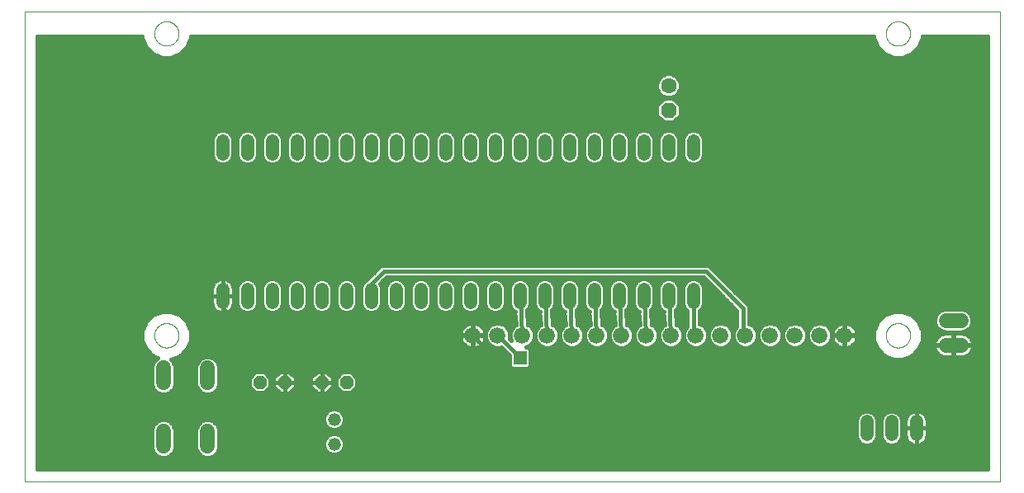
<source format=gtl>
G75*
%MOIN*%
%OFA0B0*%
%FSLAX25Y25*%
%IPPOS*%
%LPD*%
%AMOC8*
5,1,8,0,0,1.08239X$1,22.5*
%
%ADD10C,0.00000*%
%ADD11OC8,0.05200*%
%ADD12OC8,0.06300*%
%ADD13C,0.06300*%
%ADD14C,0.06600*%
%ADD15C,0.05200*%
%ADD16C,0.06000*%
%ADD17C,0.05200*%
%ADD18C,0.01600*%
%ADD19R,0.05315X0.05315*%
D10*
X0001800Y0001800D02*
X0001800Y0191761D01*
X0395501Y0191761D01*
X0395501Y0001800D01*
X0001800Y0001800D01*
X0054241Y0060776D02*
X0054243Y0060916D01*
X0054249Y0061056D01*
X0054259Y0061195D01*
X0054273Y0061334D01*
X0054291Y0061473D01*
X0054312Y0061611D01*
X0054338Y0061749D01*
X0054368Y0061886D01*
X0054401Y0062021D01*
X0054439Y0062156D01*
X0054480Y0062290D01*
X0054525Y0062423D01*
X0054573Y0062554D01*
X0054626Y0062683D01*
X0054682Y0062812D01*
X0054741Y0062938D01*
X0054805Y0063063D01*
X0054871Y0063186D01*
X0054942Y0063307D01*
X0055015Y0063426D01*
X0055092Y0063543D01*
X0055173Y0063657D01*
X0055256Y0063769D01*
X0055343Y0063879D01*
X0055433Y0063987D01*
X0055525Y0064091D01*
X0055621Y0064193D01*
X0055720Y0064293D01*
X0055821Y0064389D01*
X0055925Y0064483D01*
X0056032Y0064573D01*
X0056141Y0064660D01*
X0056253Y0064745D01*
X0056367Y0064826D01*
X0056483Y0064904D01*
X0056601Y0064978D01*
X0056722Y0065049D01*
X0056844Y0065117D01*
X0056969Y0065181D01*
X0057095Y0065242D01*
X0057222Y0065299D01*
X0057352Y0065352D01*
X0057483Y0065402D01*
X0057615Y0065447D01*
X0057748Y0065490D01*
X0057883Y0065528D01*
X0058018Y0065562D01*
X0058155Y0065593D01*
X0058292Y0065620D01*
X0058430Y0065642D01*
X0058569Y0065661D01*
X0058708Y0065676D01*
X0058847Y0065687D01*
X0058987Y0065694D01*
X0059127Y0065697D01*
X0059267Y0065696D01*
X0059407Y0065691D01*
X0059546Y0065682D01*
X0059686Y0065669D01*
X0059825Y0065652D01*
X0059963Y0065631D01*
X0060101Y0065607D01*
X0060238Y0065578D01*
X0060374Y0065546D01*
X0060509Y0065509D01*
X0060643Y0065469D01*
X0060776Y0065425D01*
X0060907Y0065377D01*
X0061037Y0065326D01*
X0061166Y0065271D01*
X0061293Y0065212D01*
X0061418Y0065149D01*
X0061541Y0065084D01*
X0061663Y0065014D01*
X0061782Y0064941D01*
X0061900Y0064865D01*
X0062015Y0064786D01*
X0062128Y0064703D01*
X0062238Y0064617D01*
X0062346Y0064528D01*
X0062451Y0064436D01*
X0062554Y0064341D01*
X0062654Y0064243D01*
X0062751Y0064143D01*
X0062845Y0064039D01*
X0062937Y0063933D01*
X0063025Y0063825D01*
X0063110Y0063714D01*
X0063192Y0063600D01*
X0063271Y0063484D01*
X0063346Y0063367D01*
X0063418Y0063247D01*
X0063486Y0063125D01*
X0063551Y0063001D01*
X0063613Y0062875D01*
X0063671Y0062748D01*
X0063725Y0062619D01*
X0063776Y0062488D01*
X0063822Y0062356D01*
X0063865Y0062223D01*
X0063905Y0062089D01*
X0063940Y0061954D01*
X0063972Y0061817D01*
X0063999Y0061680D01*
X0064023Y0061542D01*
X0064043Y0061404D01*
X0064059Y0061265D01*
X0064071Y0061125D01*
X0064079Y0060986D01*
X0064083Y0060846D01*
X0064083Y0060706D01*
X0064079Y0060566D01*
X0064071Y0060427D01*
X0064059Y0060287D01*
X0064043Y0060148D01*
X0064023Y0060010D01*
X0063999Y0059872D01*
X0063972Y0059735D01*
X0063940Y0059598D01*
X0063905Y0059463D01*
X0063865Y0059329D01*
X0063822Y0059196D01*
X0063776Y0059064D01*
X0063725Y0058933D01*
X0063671Y0058804D01*
X0063613Y0058677D01*
X0063551Y0058551D01*
X0063486Y0058427D01*
X0063418Y0058305D01*
X0063346Y0058185D01*
X0063271Y0058068D01*
X0063192Y0057952D01*
X0063110Y0057838D01*
X0063025Y0057727D01*
X0062937Y0057619D01*
X0062845Y0057513D01*
X0062751Y0057409D01*
X0062654Y0057309D01*
X0062554Y0057211D01*
X0062451Y0057116D01*
X0062346Y0057024D01*
X0062238Y0056935D01*
X0062128Y0056849D01*
X0062015Y0056766D01*
X0061900Y0056687D01*
X0061782Y0056611D01*
X0061663Y0056538D01*
X0061541Y0056468D01*
X0061418Y0056403D01*
X0061293Y0056340D01*
X0061166Y0056281D01*
X0061037Y0056226D01*
X0060907Y0056175D01*
X0060776Y0056127D01*
X0060643Y0056083D01*
X0060509Y0056043D01*
X0060374Y0056006D01*
X0060238Y0055974D01*
X0060101Y0055945D01*
X0059963Y0055921D01*
X0059825Y0055900D01*
X0059686Y0055883D01*
X0059546Y0055870D01*
X0059407Y0055861D01*
X0059267Y0055856D01*
X0059127Y0055855D01*
X0058987Y0055858D01*
X0058847Y0055865D01*
X0058708Y0055876D01*
X0058569Y0055891D01*
X0058430Y0055910D01*
X0058292Y0055932D01*
X0058155Y0055959D01*
X0058018Y0055990D01*
X0057883Y0056024D01*
X0057748Y0056062D01*
X0057615Y0056105D01*
X0057483Y0056150D01*
X0057352Y0056200D01*
X0057222Y0056253D01*
X0057095Y0056310D01*
X0056969Y0056371D01*
X0056844Y0056435D01*
X0056722Y0056503D01*
X0056601Y0056574D01*
X0056483Y0056648D01*
X0056367Y0056726D01*
X0056253Y0056807D01*
X0056141Y0056892D01*
X0056032Y0056979D01*
X0055925Y0057069D01*
X0055821Y0057163D01*
X0055720Y0057259D01*
X0055621Y0057359D01*
X0055525Y0057461D01*
X0055433Y0057565D01*
X0055343Y0057673D01*
X0055256Y0057783D01*
X0055173Y0057895D01*
X0055092Y0058009D01*
X0055015Y0058126D01*
X0054942Y0058245D01*
X0054871Y0058366D01*
X0054805Y0058489D01*
X0054741Y0058614D01*
X0054682Y0058740D01*
X0054626Y0058869D01*
X0054573Y0058998D01*
X0054525Y0059129D01*
X0054480Y0059262D01*
X0054439Y0059396D01*
X0054401Y0059531D01*
X0054368Y0059666D01*
X0054338Y0059803D01*
X0054312Y0059941D01*
X0054291Y0060079D01*
X0054273Y0060218D01*
X0054259Y0060357D01*
X0054249Y0060496D01*
X0054243Y0060636D01*
X0054241Y0060776D01*
X0054241Y0182824D02*
X0054243Y0182964D01*
X0054249Y0183104D01*
X0054259Y0183243D01*
X0054273Y0183382D01*
X0054291Y0183521D01*
X0054312Y0183659D01*
X0054338Y0183797D01*
X0054368Y0183934D01*
X0054401Y0184069D01*
X0054439Y0184204D01*
X0054480Y0184338D01*
X0054525Y0184471D01*
X0054573Y0184602D01*
X0054626Y0184731D01*
X0054682Y0184860D01*
X0054741Y0184986D01*
X0054805Y0185111D01*
X0054871Y0185234D01*
X0054942Y0185355D01*
X0055015Y0185474D01*
X0055092Y0185591D01*
X0055173Y0185705D01*
X0055256Y0185817D01*
X0055343Y0185927D01*
X0055433Y0186035D01*
X0055525Y0186139D01*
X0055621Y0186241D01*
X0055720Y0186341D01*
X0055821Y0186437D01*
X0055925Y0186531D01*
X0056032Y0186621D01*
X0056141Y0186708D01*
X0056253Y0186793D01*
X0056367Y0186874D01*
X0056483Y0186952D01*
X0056601Y0187026D01*
X0056722Y0187097D01*
X0056844Y0187165D01*
X0056969Y0187229D01*
X0057095Y0187290D01*
X0057222Y0187347D01*
X0057352Y0187400D01*
X0057483Y0187450D01*
X0057615Y0187495D01*
X0057748Y0187538D01*
X0057883Y0187576D01*
X0058018Y0187610D01*
X0058155Y0187641D01*
X0058292Y0187668D01*
X0058430Y0187690D01*
X0058569Y0187709D01*
X0058708Y0187724D01*
X0058847Y0187735D01*
X0058987Y0187742D01*
X0059127Y0187745D01*
X0059267Y0187744D01*
X0059407Y0187739D01*
X0059546Y0187730D01*
X0059686Y0187717D01*
X0059825Y0187700D01*
X0059963Y0187679D01*
X0060101Y0187655D01*
X0060238Y0187626D01*
X0060374Y0187594D01*
X0060509Y0187557D01*
X0060643Y0187517D01*
X0060776Y0187473D01*
X0060907Y0187425D01*
X0061037Y0187374D01*
X0061166Y0187319D01*
X0061293Y0187260D01*
X0061418Y0187197D01*
X0061541Y0187132D01*
X0061663Y0187062D01*
X0061782Y0186989D01*
X0061900Y0186913D01*
X0062015Y0186834D01*
X0062128Y0186751D01*
X0062238Y0186665D01*
X0062346Y0186576D01*
X0062451Y0186484D01*
X0062554Y0186389D01*
X0062654Y0186291D01*
X0062751Y0186191D01*
X0062845Y0186087D01*
X0062937Y0185981D01*
X0063025Y0185873D01*
X0063110Y0185762D01*
X0063192Y0185648D01*
X0063271Y0185532D01*
X0063346Y0185415D01*
X0063418Y0185295D01*
X0063486Y0185173D01*
X0063551Y0185049D01*
X0063613Y0184923D01*
X0063671Y0184796D01*
X0063725Y0184667D01*
X0063776Y0184536D01*
X0063822Y0184404D01*
X0063865Y0184271D01*
X0063905Y0184137D01*
X0063940Y0184002D01*
X0063972Y0183865D01*
X0063999Y0183728D01*
X0064023Y0183590D01*
X0064043Y0183452D01*
X0064059Y0183313D01*
X0064071Y0183173D01*
X0064079Y0183034D01*
X0064083Y0182894D01*
X0064083Y0182754D01*
X0064079Y0182614D01*
X0064071Y0182475D01*
X0064059Y0182335D01*
X0064043Y0182196D01*
X0064023Y0182058D01*
X0063999Y0181920D01*
X0063972Y0181783D01*
X0063940Y0181646D01*
X0063905Y0181511D01*
X0063865Y0181377D01*
X0063822Y0181244D01*
X0063776Y0181112D01*
X0063725Y0180981D01*
X0063671Y0180852D01*
X0063613Y0180725D01*
X0063551Y0180599D01*
X0063486Y0180475D01*
X0063418Y0180353D01*
X0063346Y0180233D01*
X0063271Y0180116D01*
X0063192Y0180000D01*
X0063110Y0179886D01*
X0063025Y0179775D01*
X0062937Y0179667D01*
X0062845Y0179561D01*
X0062751Y0179457D01*
X0062654Y0179357D01*
X0062554Y0179259D01*
X0062451Y0179164D01*
X0062346Y0179072D01*
X0062238Y0178983D01*
X0062128Y0178897D01*
X0062015Y0178814D01*
X0061900Y0178735D01*
X0061782Y0178659D01*
X0061663Y0178586D01*
X0061541Y0178516D01*
X0061418Y0178451D01*
X0061293Y0178388D01*
X0061166Y0178329D01*
X0061037Y0178274D01*
X0060907Y0178223D01*
X0060776Y0178175D01*
X0060643Y0178131D01*
X0060509Y0178091D01*
X0060374Y0178054D01*
X0060238Y0178022D01*
X0060101Y0177993D01*
X0059963Y0177969D01*
X0059825Y0177948D01*
X0059686Y0177931D01*
X0059546Y0177918D01*
X0059407Y0177909D01*
X0059267Y0177904D01*
X0059127Y0177903D01*
X0058987Y0177906D01*
X0058847Y0177913D01*
X0058708Y0177924D01*
X0058569Y0177939D01*
X0058430Y0177958D01*
X0058292Y0177980D01*
X0058155Y0178007D01*
X0058018Y0178038D01*
X0057883Y0178072D01*
X0057748Y0178110D01*
X0057615Y0178153D01*
X0057483Y0178198D01*
X0057352Y0178248D01*
X0057222Y0178301D01*
X0057095Y0178358D01*
X0056969Y0178419D01*
X0056844Y0178483D01*
X0056722Y0178551D01*
X0056601Y0178622D01*
X0056483Y0178696D01*
X0056367Y0178774D01*
X0056253Y0178855D01*
X0056141Y0178940D01*
X0056032Y0179027D01*
X0055925Y0179117D01*
X0055821Y0179211D01*
X0055720Y0179307D01*
X0055621Y0179407D01*
X0055525Y0179509D01*
X0055433Y0179613D01*
X0055343Y0179721D01*
X0055256Y0179831D01*
X0055173Y0179943D01*
X0055092Y0180057D01*
X0055015Y0180174D01*
X0054942Y0180293D01*
X0054871Y0180414D01*
X0054805Y0180537D01*
X0054741Y0180662D01*
X0054682Y0180788D01*
X0054626Y0180917D01*
X0054573Y0181046D01*
X0054525Y0181177D01*
X0054480Y0181310D01*
X0054439Y0181444D01*
X0054401Y0181579D01*
X0054368Y0181714D01*
X0054338Y0181851D01*
X0054312Y0181989D01*
X0054291Y0182127D01*
X0054273Y0182266D01*
X0054259Y0182405D01*
X0054249Y0182544D01*
X0054243Y0182684D01*
X0054241Y0182824D01*
X0349517Y0182824D02*
X0349519Y0182964D01*
X0349525Y0183104D01*
X0349535Y0183243D01*
X0349549Y0183382D01*
X0349567Y0183521D01*
X0349588Y0183659D01*
X0349614Y0183797D01*
X0349644Y0183934D01*
X0349677Y0184069D01*
X0349715Y0184204D01*
X0349756Y0184338D01*
X0349801Y0184471D01*
X0349849Y0184602D01*
X0349902Y0184731D01*
X0349958Y0184860D01*
X0350017Y0184986D01*
X0350081Y0185111D01*
X0350147Y0185234D01*
X0350218Y0185355D01*
X0350291Y0185474D01*
X0350368Y0185591D01*
X0350449Y0185705D01*
X0350532Y0185817D01*
X0350619Y0185927D01*
X0350709Y0186035D01*
X0350801Y0186139D01*
X0350897Y0186241D01*
X0350996Y0186341D01*
X0351097Y0186437D01*
X0351201Y0186531D01*
X0351308Y0186621D01*
X0351417Y0186708D01*
X0351529Y0186793D01*
X0351643Y0186874D01*
X0351759Y0186952D01*
X0351877Y0187026D01*
X0351998Y0187097D01*
X0352120Y0187165D01*
X0352245Y0187229D01*
X0352371Y0187290D01*
X0352498Y0187347D01*
X0352628Y0187400D01*
X0352759Y0187450D01*
X0352891Y0187495D01*
X0353024Y0187538D01*
X0353159Y0187576D01*
X0353294Y0187610D01*
X0353431Y0187641D01*
X0353568Y0187668D01*
X0353706Y0187690D01*
X0353845Y0187709D01*
X0353984Y0187724D01*
X0354123Y0187735D01*
X0354263Y0187742D01*
X0354403Y0187745D01*
X0354543Y0187744D01*
X0354683Y0187739D01*
X0354822Y0187730D01*
X0354962Y0187717D01*
X0355101Y0187700D01*
X0355239Y0187679D01*
X0355377Y0187655D01*
X0355514Y0187626D01*
X0355650Y0187594D01*
X0355785Y0187557D01*
X0355919Y0187517D01*
X0356052Y0187473D01*
X0356183Y0187425D01*
X0356313Y0187374D01*
X0356442Y0187319D01*
X0356569Y0187260D01*
X0356694Y0187197D01*
X0356817Y0187132D01*
X0356939Y0187062D01*
X0357058Y0186989D01*
X0357176Y0186913D01*
X0357291Y0186834D01*
X0357404Y0186751D01*
X0357514Y0186665D01*
X0357622Y0186576D01*
X0357727Y0186484D01*
X0357830Y0186389D01*
X0357930Y0186291D01*
X0358027Y0186191D01*
X0358121Y0186087D01*
X0358213Y0185981D01*
X0358301Y0185873D01*
X0358386Y0185762D01*
X0358468Y0185648D01*
X0358547Y0185532D01*
X0358622Y0185415D01*
X0358694Y0185295D01*
X0358762Y0185173D01*
X0358827Y0185049D01*
X0358889Y0184923D01*
X0358947Y0184796D01*
X0359001Y0184667D01*
X0359052Y0184536D01*
X0359098Y0184404D01*
X0359141Y0184271D01*
X0359181Y0184137D01*
X0359216Y0184002D01*
X0359248Y0183865D01*
X0359275Y0183728D01*
X0359299Y0183590D01*
X0359319Y0183452D01*
X0359335Y0183313D01*
X0359347Y0183173D01*
X0359355Y0183034D01*
X0359359Y0182894D01*
X0359359Y0182754D01*
X0359355Y0182614D01*
X0359347Y0182475D01*
X0359335Y0182335D01*
X0359319Y0182196D01*
X0359299Y0182058D01*
X0359275Y0181920D01*
X0359248Y0181783D01*
X0359216Y0181646D01*
X0359181Y0181511D01*
X0359141Y0181377D01*
X0359098Y0181244D01*
X0359052Y0181112D01*
X0359001Y0180981D01*
X0358947Y0180852D01*
X0358889Y0180725D01*
X0358827Y0180599D01*
X0358762Y0180475D01*
X0358694Y0180353D01*
X0358622Y0180233D01*
X0358547Y0180116D01*
X0358468Y0180000D01*
X0358386Y0179886D01*
X0358301Y0179775D01*
X0358213Y0179667D01*
X0358121Y0179561D01*
X0358027Y0179457D01*
X0357930Y0179357D01*
X0357830Y0179259D01*
X0357727Y0179164D01*
X0357622Y0179072D01*
X0357514Y0178983D01*
X0357404Y0178897D01*
X0357291Y0178814D01*
X0357176Y0178735D01*
X0357058Y0178659D01*
X0356939Y0178586D01*
X0356817Y0178516D01*
X0356694Y0178451D01*
X0356569Y0178388D01*
X0356442Y0178329D01*
X0356313Y0178274D01*
X0356183Y0178223D01*
X0356052Y0178175D01*
X0355919Y0178131D01*
X0355785Y0178091D01*
X0355650Y0178054D01*
X0355514Y0178022D01*
X0355377Y0177993D01*
X0355239Y0177969D01*
X0355101Y0177948D01*
X0354962Y0177931D01*
X0354822Y0177918D01*
X0354683Y0177909D01*
X0354543Y0177904D01*
X0354403Y0177903D01*
X0354263Y0177906D01*
X0354123Y0177913D01*
X0353984Y0177924D01*
X0353845Y0177939D01*
X0353706Y0177958D01*
X0353568Y0177980D01*
X0353431Y0178007D01*
X0353294Y0178038D01*
X0353159Y0178072D01*
X0353024Y0178110D01*
X0352891Y0178153D01*
X0352759Y0178198D01*
X0352628Y0178248D01*
X0352498Y0178301D01*
X0352371Y0178358D01*
X0352245Y0178419D01*
X0352120Y0178483D01*
X0351998Y0178551D01*
X0351877Y0178622D01*
X0351759Y0178696D01*
X0351643Y0178774D01*
X0351529Y0178855D01*
X0351417Y0178940D01*
X0351308Y0179027D01*
X0351201Y0179117D01*
X0351097Y0179211D01*
X0350996Y0179307D01*
X0350897Y0179407D01*
X0350801Y0179509D01*
X0350709Y0179613D01*
X0350619Y0179721D01*
X0350532Y0179831D01*
X0350449Y0179943D01*
X0350368Y0180057D01*
X0350291Y0180174D01*
X0350218Y0180293D01*
X0350147Y0180414D01*
X0350081Y0180537D01*
X0350017Y0180662D01*
X0349958Y0180788D01*
X0349902Y0180917D01*
X0349849Y0181046D01*
X0349801Y0181177D01*
X0349756Y0181310D01*
X0349715Y0181444D01*
X0349677Y0181579D01*
X0349644Y0181714D01*
X0349614Y0181851D01*
X0349588Y0181989D01*
X0349567Y0182127D01*
X0349549Y0182266D01*
X0349535Y0182405D01*
X0349525Y0182544D01*
X0349519Y0182684D01*
X0349517Y0182824D01*
X0349517Y0060776D02*
X0349519Y0060916D01*
X0349525Y0061056D01*
X0349535Y0061195D01*
X0349549Y0061334D01*
X0349567Y0061473D01*
X0349588Y0061611D01*
X0349614Y0061749D01*
X0349644Y0061886D01*
X0349677Y0062021D01*
X0349715Y0062156D01*
X0349756Y0062290D01*
X0349801Y0062423D01*
X0349849Y0062554D01*
X0349902Y0062683D01*
X0349958Y0062812D01*
X0350017Y0062938D01*
X0350081Y0063063D01*
X0350147Y0063186D01*
X0350218Y0063307D01*
X0350291Y0063426D01*
X0350368Y0063543D01*
X0350449Y0063657D01*
X0350532Y0063769D01*
X0350619Y0063879D01*
X0350709Y0063987D01*
X0350801Y0064091D01*
X0350897Y0064193D01*
X0350996Y0064293D01*
X0351097Y0064389D01*
X0351201Y0064483D01*
X0351308Y0064573D01*
X0351417Y0064660D01*
X0351529Y0064745D01*
X0351643Y0064826D01*
X0351759Y0064904D01*
X0351877Y0064978D01*
X0351998Y0065049D01*
X0352120Y0065117D01*
X0352245Y0065181D01*
X0352371Y0065242D01*
X0352498Y0065299D01*
X0352628Y0065352D01*
X0352759Y0065402D01*
X0352891Y0065447D01*
X0353024Y0065490D01*
X0353159Y0065528D01*
X0353294Y0065562D01*
X0353431Y0065593D01*
X0353568Y0065620D01*
X0353706Y0065642D01*
X0353845Y0065661D01*
X0353984Y0065676D01*
X0354123Y0065687D01*
X0354263Y0065694D01*
X0354403Y0065697D01*
X0354543Y0065696D01*
X0354683Y0065691D01*
X0354822Y0065682D01*
X0354962Y0065669D01*
X0355101Y0065652D01*
X0355239Y0065631D01*
X0355377Y0065607D01*
X0355514Y0065578D01*
X0355650Y0065546D01*
X0355785Y0065509D01*
X0355919Y0065469D01*
X0356052Y0065425D01*
X0356183Y0065377D01*
X0356313Y0065326D01*
X0356442Y0065271D01*
X0356569Y0065212D01*
X0356694Y0065149D01*
X0356817Y0065084D01*
X0356939Y0065014D01*
X0357058Y0064941D01*
X0357176Y0064865D01*
X0357291Y0064786D01*
X0357404Y0064703D01*
X0357514Y0064617D01*
X0357622Y0064528D01*
X0357727Y0064436D01*
X0357830Y0064341D01*
X0357930Y0064243D01*
X0358027Y0064143D01*
X0358121Y0064039D01*
X0358213Y0063933D01*
X0358301Y0063825D01*
X0358386Y0063714D01*
X0358468Y0063600D01*
X0358547Y0063484D01*
X0358622Y0063367D01*
X0358694Y0063247D01*
X0358762Y0063125D01*
X0358827Y0063001D01*
X0358889Y0062875D01*
X0358947Y0062748D01*
X0359001Y0062619D01*
X0359052Y0062488D01*
X0359098Y0062356D01*
X0359141Y0062223D01*
X0359181Y0062089D01*
X0359216Y0061954D01*
X0359248Y0061817D01*
X0359275Y0061680D01*
X0359299Y0061542D01*
X0359319Y0061404D01*
X0359335Y0061265D01*
X0359347Y0061125D01*
X0359355Y0060986D01*
X0359359Y0060846D01*
X0359359Y0060706D01*
X0359355Y0060566D01*
X0359347Y0060427D01*
X0359335Y0060287D01*
X0359319Y0060148D01*
X0359299Y0060010D01*
X0359275Y0059872D01*
X0359248Y0059735D01*
X0359216Y0059598D01*
X0359181Y0059463D01*
X0359141Y0059329D01*
X0359098Y0059196D01*
X0359052Y0059064D01*
X0359001Y0058933D01*
X0358947Y0058804D01*
X0358889Y0058677D01*
X0358827Y0058551D01*
X0358762Y0058427D01*
X0358694Y0058305D01*
X0358622Y0058185D01*
X0358547Y0058068D01*
X0358468Y0057952D01*
X0358386Y0057838D01*
X0358301Y0057727D01*
X0358213Y0057619D01*
X0358121Y0057513D01*
X0358027Y0057409D01*
X0357930Y0057309D01*
X0357830Y0057211D01*
X0357727Y0057116D01*
X0357622Y0057024D01*
X0357514Y0056935D01*
X0357404Y0056849D01*
X0357291Y0056766D01*
X0357176Y0056687D01*
X0357058Y0056611D01*
X0356939Y0056538D01*
X0356817Y0056468D01*
X0356694Y0056403D01*
X0356569Y0056340D01*
X0356442Y0056281D01*
X0356313Y0056226D01*
X0356183Y0056175D01*
X0356052Y0056127D01*
X0355919Y0056083D01*
X0355785Y0056043D01*
X0355650Y0056006D01*
X0355514Y0055974D01*
X0355377Y0055945D01*
X0355239Y0055921D01*
X0355101Y0055900D01*
X0354962Y0055883D01*
X0354822Y0055870D01*
X0354683Y0055861D01*
X0354543Y0055856D01*
X0354403Y0055855D01*
X0354263Y0055858D01*
X0354123Y0055865D01*
X0353984Y0055876D01*
X0353845Y0055891D01*
X0353706Y0055910D01*
X0353568Y0055932D01*
X0353431Y0055959D01*
X0353294Y0055990D01*
X0353159Y0056024D01*
X0353024Y0056062D01*
X0352891Y0056105D01*
X0352759Y0056150D01*
X0352628Y0056200D01*
X0352498Y0056253D01*
X0352371Y0056310D01*
X0352245Y0056371D01*
X0352120Y0056435D01*
X0351998Y0056503D01*
X0351877Y0056574D01*
X0351759Y0056648D01*
X0351643Y0056726D01*
X0351529Y0056807D01*
X0351417Y0056892D01*
X0351308Y0056979D01*
X0351201Y0057069D01*
X0351097Y0057163D01*
X0350996Y0057259D01*
X0350897Y0057359D01*
X0350801Y0057461D01*
X0350709Y0057565D01*
X0350619Y0057673D01*
X0350532Y0057783D01*
X0350449Y0057895D01*
X0350368Y0058009D01*
X0350291Y0058126D01*
X0350218Y0058245D01*
X0350147Y0058366D01*
X0350081Y0058489D01*
X0350017Y0058614D01*
X0349958Y0058740D01*
X0349902Y0058869D01*
X0349849Y0058998D01*
X0349801Y0059129D01*
X0349756Y0059262D01*
X0349715Y0059396D01*
X0349677Y0059531D01*
X0349644Y0059666D01*
X0349614Y0059803D01*
X0349588Y0059941D01*
X0349567Y0060079D01*
X0349549Y0060218D01*
X0349535Y0060357D01*
X0349525Y0060496D01*
X0349519Y0060636D01*
X0349517Y0060776D01*
D11*
X0131800Y0041800D03*
X0121800Y0041800D03*
X0106800Y0041800D03*
X0096800Y0041800D03*
D12*
X0261800Y0151800D03*
D13*
X0261800Y0161800D03*
D14*
X0262784Y0060776D03*
X0252784Y0060776D03*
X0242784Y0060776D03*
X0232784Y0060776D03*
X0222784Y0060776D03*
X0212784Y0060776D03*
X0202784Y0060776D03*
X0192784Y0060776D03*
X0182784Y0060776D03*
X0272784Y0060776D03*
X0282784Y0060776D03*
X0292784Y0060776D03*
X0302784Y0060776D03*
X0312784Y0060776D03*
X0322784Y0060776D03*
X0332784Y0060776D03*
D15*
X0271800Y0074200D02*
X0271800Y0079400D01*
X0261800Y0079400D02*
X0261800Y0074200D01*
X0251800Y0074200D02*
X0251800Y0079400D01*
X0241800Y0079400D02*
X0241800Y0074200D01*
X0231800Y0074200D02*
X0231800Y0079400D01*
X0221800Y0079400D02*
X0221800Y0074200D01*
X0211800Y0074200D02*
X0211800Y0079400D01*
X0201800Y0079400D02*
X0201800Y0074200D01*
X0191800Y0074200D02*
X0191800Y0079400D01*
X0181800Y0079400D02*
X0181800Y0074200D01*
X0171800Y0074200D02*
X0171800Y0079400D01*
X0161800Y0079400D02*
X0161800Y0074200D01*
X0151800Y0074200D02*
X0151800Y0079400D01*
X0141800Y0079400D02*
X0141800Y0074200D01*
X0131800Y0074200D02*
X0131800Y0079400D01*
X0121800Y0079400D02*
X0121800Y0074200D01*
X0111800Y0074200D02*
X0111800Y0079400D01*
X0101800Y0079400D02*
X0101800Y0074200D01*
X0091800Y0074200D02*
X0091800Y0079400D01*
X0081800Y0079400D02*
X0081800Y0074200D01*
X0081800Y0134200D02*
X0081800Y0139400D01*
X0091800Y0139400D02*
X0091800Y0134200D01*
X0101800Y0134200D02*
X0101800Y0139400D01*
X0111800Y0139400D02*
X0111800Y0134200D01*
X0121800Y0134200D02*
X0121800Y0139400D01*
X0131800Y0139400D02*
X0131800Y0134200D01*
X0141800Y0134200D02*
X0141800Y0139400D01*
X0151800Y0139400D02*
X0151800Y0134200D01*
X0161800Y0134200D02*
X0161800Y0139400D01*
X0171800Y0139400D02*
X0171800Y0134200D01*
X0181800Y0134200D02*
X0181800Y0139400D01*
X0191800Y0139400D02*
X0191800Y0134200D01*
X0201800Y0134200D02*
X0201800Y0139400D01*
X0211800Y0139400D02*
X0211800Y0134200D01*
X0221800Y0134200D02*
X0221800Y0139400D01*
X0231800Y0139400D02*
X0231800Y0134200D01*
X0241800Y0134200D02*
X0241800Y0139400D01*
X0251800Y0139400D02*
X0251800Y0134200D01*
X0261800Y0134200D02*
X0261800Y0139400D01*
X0271800Y0139400D02*
X0271800Y0134200D01*
X0341800Y0025900D02*
X0341800Y0020700D01*
X0351800Y0020700D02*
X0351800Y0025900D01*
X0361800Y0025900D02*
X0361800Y0020700D01*
D16*
X0373800Y0056800D02*
X0379800Y0056800D01*
X0379800Y0066800D02*
X0373800Y0066800D01*
X0075700Y0047600D02*
X0075700Y0041600D01*
X0057900Y0041600D02*
X0057900Y0047600D01*
X0057900Y0022000D02*
X0057900Y0016000D01*
X0075700Y0016000D02*
X0075700Y0022000D01*
D17*
X0126800Y0026800D03*
X0126800Y0016800D03*
D18*
X0130212Y0014272D02*
X0390701Y0014272D01*
X0390701Y0015870D02*
X0130961Y0015870D01*
X0131000Y0015965D02*
X0130361Y0014421D01*
X0129179Y0013239D01*
X0127635Y0012600D01*
X0125965Y0012600D01*
X0124421Y0013239D01*
X0123239Y0014421D01*
X0122600Y0015965D01*
X0122600Y0017635D01*
X0123239Y0019179D01*
X0124421Y0020361D01*
X0125965Y0021000D01*
X0127635Y0021000D01*
X0129179Y0020361D01*
X0130361Y0019179D01*
X0131000Y0017635D01*
X0131000Y0015965D01*
X0131000Y0017469D02*
X0339091Y0017469D01*
X0339421Y0017139D02*
X0340965Y0016500D01*
X0342635Y0016500D01*
X0344179Y0017139D01*
X0345361Y0018321D01*
X0346000Y0019865D01*
X0346000Y0026735D01*
X0345361Y0028279D01*
X0344179Y0029461D01*
X0342635Y0030100D01*
X0340965Y0030100D01*
X0339421Y0029461D01*
X0338239Y0028279D01*
X0337600Y0026735D01*
X0337600Y0019865D01*
X0338239Y0018321D01*
X0339421Y0017139D01*
X0337930Y0019068D02*
X0130407Y0019068D01*
X0128442Y0020666D02*
X0337600Y0020666D01*
X0337600Y0022265D02*
X0080300Y0022265D01*
X0080300Y0022915D02*
X0079600Y0024606D01*
X0078306Y0025900D01*
X0076615Y0026600D01*
X0074785Y0026600D01*
X0073094Y0025900D01*
X0071800Y0024606D01*
X0071100Y0022915D01*
X0071100Y0015085D01*
X0071800Y0013394D01*
X0073094Y0012100D01*
X0074785Y0011400D01*
X0076615Y0011400D01*
X0078306Y0012100D01*
X0079600Y0013394D01*
X0080300Y0015085D01*
X0080300Y0022915D01*
X0079907Y0023863D02*
X0123797Y0023863D01*
X0123239Y0024421D02*
X0122600Y0025965D01*
X0122600Y0027635D01*
X0123239Y0029179D01*
X0124421Y0030361D01*
X0125965Y0031000D01*
X0127635Y0031000D01*
X0129179Y0030361D01*
X0130361Y0029179D01*
X0131000Y0027635D01*
X0131000Y0025965D01*
X0130361Y0024421D01*
X0129179Y0023239D01*
X0127635Y0022600D01*
X0125965Y0022600D01*
X0124421Y0023239D01*
X0123239Y0024421D01*
X0122808Y0025462D02*
X0078744Y0025462D01*
X0072656Y0025462D02*
X0060944Y0025462D01*
X0060506Y0025900D02*
X0058815Y0026600D01*
X0056985Y0026600D01*
X0055294Y0025900D01*
X0054000Y0024606D01*
X0053300Y0022915D01*
X0053300Y0015085D01*
X0054000Y0013394D01*
X0055294Y0012100D01*
X0056985Y0011400D01*
X0058815Y0011400D01*
X0060506Y0012100D01*
X0061800Y0013394D01*
X0062500Y0015085D01*
X0062500Y0022915D01*
X0061800Y0024606D01*
X0060506Y0025900D01*
X0062107Y0023863D02*
X0071493Y0023863D01*
X0071100Y0022265D02*
X0062500Y0022265D01*
X0062500Y0020666D02*
X0071100Y0020666D01*
X0071100Y0019068D02*
X0062500Y0019068D01*
X0062500Y0017469D02*
X0071100Y0017469D01*
X0071100Y0015870D02*
X0062500Y0015870D01*
X0062163Y0014272D02*
X0071437Y0014272D01*
X0072521Y0012673D02*
X0061079Y0012673D01*
X0054721Y0012673D02*
X0006800Y0012673D01*
X0006800Y0011075D02*
X0390701Y0011075D01*
X0390701Y0012673D02*
X0127813Y0012673D01*
X0125787Y0012673D02*
X0078879Y0012673D01*
X0079963Y0014272D02*
X0123388Y0014272D01*
X0122639Y0015870D02*
X0080300Y0015870D01*
X0080300Y0017469D02*
X0122600Y0017469D01*
X0123193Y0019068D02*
X0080300Y0019068D01*
X0080300Y0020666D02*
X0125158Y0020666D01*
X0129803Y0023863D02*
X0337600Y0023863D01*
X0337600Y0025462D02*
X0130792Y0025462D01*
X0131000Y0027060D02*
X0337734Y0027060D01*
X0338619Y0028659D02*
X0130576Y0028659D01*
X0129283Y0030257D02*
X0361183Y0030257D01*
X0361454Y0030300D02*
X0360770Y0030192D01*
X0360111Y0029978D01*
X0359494Y0029663D01*
X0358934Y0029256D01*
X0358444Y0028766D01*
X0358037Y0028206D01*
X0357722Y0027589D01*
X0357508Y0026930D01*
X0357400Y0026246D01*
X0357400Y0023300D01*
X0361800Y0023300D01*
X0366200Y0023300D01*
X0366200Y0026246D01*
X0366092Y0026930D01*
X0365878Y0027589D01*
X0365563Y0028206D01*
X0365156Y0028766D01*
X0364666Y0029256D01*
X0364106Y0029663D01*
X0363489Y0029978D01*
X0362830Y0030192D01*
X0362146Y0030300D01*
X0361800Y0030300D01*
X0361800Y0023300D01*
X0361800Y0023300D01*
X0361800Y0023300D01*
X0366200Y0023300D01*
X0366200Y0020354D01*
X0366092Y0019670D01*
X0365878Y0019011D01*
X0365563Y0018394D01*
X0365156Y0017834D01*
X0364666Y0017344D01*
X0364106Y0016937D01*
X0363489Y0016622D01*
X0362830Y0016408D01*
X0362146Y0016300D01*
X0361800Y0016300D01*
X0361800Y0023300D01*
X0361800Y0023300D01*
X0361800Y0023300D01*
X0361800Y0030300D01*
X0361454Y0030300D01*
X0361800Y0030257D02*
X0361800Y0030257D01*
X0362417Y0030257D02*
X0390701Y0030257D01*
X0390701Y0028659D02*
X0365234Y0028659D01*
X0366049Y0027060D02*
X0390701Y0027060D01*
X0390701Y0025462D02*
X0366200Y0025462D01*
X0366200Y0023863D02*
X0390701Y0023863D01*
X0390701Y0022265D02*
X0366200Y0022265D01*
X0366200Y0020666D02*
X0390701Y0020666D01*
X0390701Y0019068D02*
X0365896Y0019068D01*
X0364792Y0017469D02*
X0390701Y0017469D01*
X0390701Y0009476D02*
X0006800Y0009476D01*
X0006800Y0007878D02*
X0390701Y0007878D01*
X0390701Y0006800D02*
X0006800Y0006800D01*
X0006800Y0181800D01*
X0049441Y0181800D01*
X0049441Y0180890D01*
X0050921Y0177317D01*
X0053656Y0174582D01*
X0057229Y0173102D01*
X0061096Y0173102D01*
X0064669Y0174582D01*
X0067403Y0177317D01*
X0068883Y0180890D01*
X0068883Y0181800D01*
X0344717Y0181800D01*
X0344717Y0180890D01*
X0346197Y0177317D01*
X0348931Y0174582D01*
X0352504Y0173102D01*
X0356371Y0173102D01*
X0359944Y0174582D01*
X0362679Y0177317D01*
X0364159Y0180890D01*
X0364159Y0181800D01*
X0390701Y0181800D01*
X0390701Y0006800D01*
X0361800Y0016300D02*
X0361800Y0023300D01*
X0357400Y0023300D01*
X0357400Y0020354D01*
X0357508Y0019670D01*
X0357722Y0019011D01*
X0358037Y0018394D01*
X0358444Y0017834D01*
X0358934Y0017344D01*
X0359494Y0016937D01*
X0360111Y0016622D01*
X0360770Y0016408D01*
X0361454Y0016300D01*
X0361800Y0016300D01*
X0361800Y0017469D02*
X0361800Y0017469D01*
X0361800Y0019068D02*
X0361800Y0019068D01*
X0361800Y0020666D02*
X0361800Y0020666D01*
X0361800Y0022265D02*
X0361800Y0022265D01*
X0361800Y0023863D02*
X0361800Y0023863D01*
X0361800Y0025462D02*
X0361800Y0025462D01*
X0361800Y0027060D02*
X0361800Y0027060D01*
X0361800Y0028659D02*
X0361800Y0028659D01*
X0358366Y0028659D02*
X0354981Y0028659D01*
X0355361Y0028279D02*
X0354179Y0029461D01*
X0352635Y0030100D01*
X0350965Y0030100D01*
X0349421Y0029461D01*
X0348239Y0028279D01*
X0347600Y0026735D01*
X0347600Y0019865D01*
X0348239Y0018321D01*
X0349421Y0017139D01*
X0350965Y0016500D01*
X0352635Y0016500D01*
X0354179Y0017139D01*
X0355361Y0018321D01*
X0356000Y0019865D01*
X0356000Y0026735D01*
X0355361Y0028279D01*
X0355866Y0027060D02*
X0357551Y0027060D01*
X0357400Y0025462D02*
X0356000Y0025462D01*
X0356000Y0023863D02*
X0357400Y0023863D01*
X0357400Y0022265D02*
X0356000Y0022265D01*
X0356000Y0020666D02*
X0357400Y0020666D01*
X0357704Y0019068D02*
X0355670Y0019068D01*
X0354509Y0017469D02*
X0358808Y0017469D01*
X0349091Y0017469D02*
X0344509Y0017469D01*
X0345670Y0019068D02*
X0347930Y0019068D01*
X0347600Y0020666D02*
X0346000Y0020666D01*
X0346000Y0022265D02*
X0347600Y0022265D01*
X0347600Y0023863D02*
X0346000Y0023863D01*
X0346000Y0025462D02*
X0347600Y0025462D01*
X0347734Y0027060D02*
X0345866Y0027060D01*
X0344981Y0028659D02*
X0348619Y0028659D01*
X0332784Y0047784D02*
X0326800Y0041800D01*
X0201800Y0041800D01*
X0186800Y0056800D01*
X0186761Y0056800D01*
X0182784Y0060776D01*
X0092824Y0060776D01*
X0081800Y0071800D01*
X0081800Y0076800D01*
X0086200Y0076800D01*
X0086200Y0079746D01*
X0086092Y0080430D01*
X0085878Y0081089D01*
X0085563Y0081706D01*
X0085156Y0082266D01*
X0084666Y0082756D01*
X0084106Y0083163D01*
X0083489Y0083478D01*
X0082830Y0083692D01*
X0082146Y0083800D01*
X0081800Y0083800D01*
X0081800Y0076800D01*
X0081800Y0076800D01*
X0081800Y0076800D01*
X0086200Y0076800D01*
X0086200Y0073854D01*
X0086092Y0073170D01*
X0085878Y0072511D01*
X0085563Y0071894D01*
X0085156Y0071334D01*
X0084666Y0070844D01*
X0084106Y0070437D01*
X0083489Y0070122D01*
X0082830Y0069908D01*
X0082146Y0069800D01*
X0081800Y0069800D01*
X0081800Y0076800D01*
X0081800Y0076800D01*
X0081800Y0076800D01*
X0077400Y0076800D01*
X0077400Y0079746D01*
X0077508Y0080430D01*
X0077722Y0081089D01*
X0078037Y0081706D01*
X0078444Y0082266D01*
X0078934Y0082756D01*
X0079494Y0083163D01*
X0080111Y0083478D01*
X0080770Y0083692D01*
X0081454Y0083800D01*
X0081800Y0083800D01*
X0081800Y0076800D01*
X0081800Y0069800D01*
X0081454Y0069800D01*
X0080770Y0069908D01*
X0080111Y0070122D01*
X0079494Y0070437D01*
X0078934Y0070844D01*
X0078444Y0071334D01*
X0078037Y0071894D01*
X0077722Y0072511D01*
X0077508Y0073170D01*
X0077400Y0073854D01*
X0077400Y0076800D01*
X0081800Y0076800D01*
X0081800Y0076614D02*
X0081800Y0076614D01*
X0081800Y0078212D02*
X0081800Y0078212D01*
X0081800Y0079811D02*
X0081800Y0079811D01*
X0081800Y0081409D02*
X0081800Y0081409D01*
X0081800Y0083008D02*
X0081800Y0083008D01*
X0079280Y0083008D02*
X0006800Y0083008D01*
X0006800Y0084606D02*
X0141212Y0084606D01*
X0139765Y0083159D02*
X0139737Y0083092D01*
X0139421Y0082961D01*
X0138239Y0081779D01*
X0137600Y0080235D01*
X0137600Y0073365D01*
X0138239Y0071821D01*
X0139421Y0070639D01*
X0140965Y0070000D01*
X0142635Y0070000D01*
X0144179Y0070639D01*
X0145361Y0071821D01*
X0146000Y0073365D01*
X0146000Y0080235D01*
X0145361Y0081779D01*
X0145267Y0081873D01*
X0147794Y0084400D01*
X0275806Y0084400D01*
X0289400Y0070806D01*
X0289400Y0064322D01*
X0288630Y0063552D01*
X0287884Y0061751D01*
X0287884Y0059802D01*
X0288630Y0058001D01*
X0290009Y0056622D01*
X0291810Y0055876D01*
X0293759Y0055876D01*
X0295560Y0056622D01*
X0296938Y0058001D01*
X0297684Y0059802D01*
X0297684Y0061751D01*
X0296938Y0063552D01*
X0295560Y0064930D01*
X0294200Y0065494D01*
X0294200Y0072277D01*
X0293835Y0073159D01*
X0293159Y0073835D01*
X0278159Y0088835D01*
X0277277Y0089200D01*
X0146323Y0089200D01*
X0145441Y0088835D01*
X0144765Y0088159D01*
X0139765Y0083159D01*
X0139535Y0083008D02*
X0134065Y0083008D01*
X0134179Y0082961D02*
X0132635Y0083600D01*
X0130965Y0083600D01*
X0129421Y0082961D01*
X0128239Y0081779D01*
X0127600Y0080235D01*
X0127600Y0073365D01*
X0128239Y0071821D01*
X0129421Y0070639D01*
X0130965Y0070000D01*
X0132635Y0070000D01*
X0134179Y0070639D01*
X0135361Y0071821D01*
X0136000Y0073365D01*
X0136000Y0080235D01*
X0135361Y0081779D01*
X0134179Y0082961D01*
X0135514Y0081409D02*
X0138086Y0081409D01*
X0137600Y0079811D02*
X0136000Y0079811D01*
X0136000Y0078212D02*
X0137600Y0078212D01*
X0137600Y0076614D02*
X0136000Y0076614D01*
X0136000Y0075015D02*
X0137600Y0075015D01*
X0137600Y0073417D02*
X0136000Y0073417D01*
X0135358Y0071818D02*
X0138242Y0071818D01*
X0140434Y0070220D02*
X0133166Y0070220D01*
X0130434Y0070220D02*
X0123166Y0070220D01*
X0122635Y0070000D02*
X0124179Y0070639D01*
X0125361Y0071821D01*
X0126000Y0073365D01*
X0126000Y0080235D01*
X0125361Y0081779D01*
X0124179Y0082961D01*
X0122635Y0083600D01*
X0120965Y0083600D01*
X0119421Y0082961D01*
X0118239Y0081779D01*
X0117600Y0080235D01*
X0117600Y0073365D01*
X0118239Y0071821D01*
X0119421Y0070639D01*
X0120965Y0070000D01*
X0122635Y0070000D01*
X0120434Y0070220D02*
X0113166Y0070220D01*
X0112635Y0070000D02*
X0114179Y0070639D01*
X0115361Y0071821D01*
X0116000Y0073365D01*
X0116000Y0080235D01*
X0115361Y0081779D01*
X0114179Y0082961D01*
X0112635Y0083600D01*
X0110965Y0083600D01*
X0109421Y0082961D01*
X0108239Y0081779D01*
X0107600Y0080235D01*
X0107600Y0073365D01*
X0108239Y0071821D01*
X0109421Y0070639D01*
X0110965Y0070000D01*
X0112635Y0070000D01*
X0110434Y0070220D02*
X0103166Y0070220D01*
X0102635Y0070000D02*
X0104179Y0070639D01*
X0105361Y0071821D01*
X0106000Y0073365D01*
X0106000Y0080235D01*
X0105361Y0081779D01*
X0104179Y0082961D01*
X0102635Y0083600D01*
X0100965Y0083600D01*
X0099421Y0082961D01*
X0098239Y0081779D01*
X0097600Y0080235D01*
X0097600Y0073365D01*
X0098239Y0071821D01*
X0099421Y0070639D01*
X0100965Y0070000D01*
X0102635Y0070000D01*
X0100434Y0070220D02*
X0093166Y0070220D01*
X0092635Y0070000D02*
X0094179Y0070639D01*
X0095361Y0071821D01*
X0096000Y0073365D01*
X0096000Y0080235D01*
X0095361Y0081779D01*
X0094179Y0082961D01*
X0092635Y0083600D01*
X0090965Y0083600D01*
X0089421Y0082961D01*
X0088239Y0081779D01*
X0087600Y0080235D01*
X0087600Y0073365D01*
X0088239Y0071821D01*
X0089421Y0070639D01*
X0090965Y0070000D01*
X0092635Y0070000D01*
X0090434Y0070220D02*
X0083680Y0070220D01*
X0081800Y0070220D02*
X0081800Y0070220D01*
X0081800Y0071818D02*
X0081800Y0071818D01*
X0081800Y0073417D02*
X0081800Y0073417D01*
X0081800Y0075015D02*
X0081800Y0075015D01*
X0086200Y0075015D02*
X0087600Y0075015D01*
X0087600Y0073417D02*
X0086131Y0073417D01*
X0085508Y0071818D02*
X0088242Y0071818D01*
X0095358Y0071818D02*
X0098242Y0071818D01*
X0097600Y0073417D02*
X0096000Y0073417D01*
X0096000Y0075015D02*
X0097600Y0075015D01*
X0097600Y0076614D02*
X0096000Y0076614D01*
X0096000Y0078212D02*
X0097600Y0078212D01*
X0097600Y0079811D02*
X0096000Y0079811D01*
X0095514Y0081409D02*
X0098086Y0081409D01*
X0099535Y0083008D02*
X0094065Y0083008D01*
X0089535Y0083008D02*
X0084320Y0083008D01*
X0085714Y0081409D02*
X0088086Y0081409D01*
X0087600Y0079811D02*
X0086190Y0079811D01*
X0086200Y0078212D02*
X0087600Y0078212D01*
X0087600Y0076614D02*
X0086200Y0076614D01*
X0077400Y0076614D02*
X0006800Y0076614D01*
X0006800Y0078212D02*
X0077400Y0078212D01*
X0077410Y0079811D02*
X0006800Y0079811D01*
X0006800Y0081409D02*
X0077886Y0081409D01*
X0077400Y0075015D02*
X0006800Y0075015D01*
X0006800Y0073417D02*
X0077469Y0073417D01*
X0078092Y0071818D02*
X0006800Y0071818D01*
X0006800Y0070220D02*
X0056558Y0070220D01*
X0057229Y0070498D02*
X0053656Y0069018D01*
X0050921Y0066283D01*
X0049441Y0062710D01*
X0049441Y0058843D01*
X0050921Y0055270D01*
X0053656Y0052535D01*
X0055725Y0051678D01*
X0055294Y0051500D01*
X0054000Y0050206D01*
X0053300Y0048515D01*
X0053300Y0040685D01*
X0054000Y0038994D01*
X0055294Y0037700D01*
X0056985Y0037000D01*
X0058815Y0037000D01*
X0060506Y0037700D01*
X0061800Y0038994D01*
X0062500Y0040685D01*
X0062500Y0048515D01*
X0061800Y0050206D01*
X0060950Y0051055D01*
X0061096Y0051055D01*
X0064669Y0052535D01*
X0067403Y0055270D01*
X0068883Y0058843D01*
X0068883Y0062710D01*
X0067403Y0066283D01*
X0064669Y0069018D01*
X0061096Y0070498D01*
X0057229Y0070498D01*
X0053259Y0068621D02*
X0006800Y0068621D01*
X0006800Y0067023D02*
X0051661Y0067023D01*
X0050565Y0065424D02*
X0006800Y0065424D01*
X0006800Y0063826D02*
X0049903Y0063826D01*
X0049441Y0062227D02*
X0006800Y0062227D01*
X0006800Y0060629D02*
X0049441Y0060629D01*
X0049441Y0059030D02*
X0006800Y0059030D01*
X0006800Y0057432D02*
X0050025Y0057432D01*
X0050687Y0055833D02*
X0006800Y0055833D01*
X0006800Y0054235D02*
X0051956Y0054235D01*
X0053554Y0052636D02*
X0006800Y0052636D01*
X0006800Y0051038D02*
X0054832Y0051038D01*
X0053683Y0049439D02*
X0006800Y0049439D01*
X0006800Y0047841D02*
X0053300Y0047841D01*
X0053300Y0046242D02*
X0006800Y0046242D01*
X0006800Y0044644D02*
X0053300Y0044644D01*
X0053300Y0043045D02*
X0006800Y0043045D01*
X0006800Y0041447D02*
X0053300Y0041447D01*
X0053647Y0039848D02*
X0006800Y0039848D01*
X0006800Y0038250D02*
X0054745Y0038250D01*
X0061055Y0038250D02*
X0072545Y0038250D01*
X0073094Y0037700D02*
X0074785Y0037000D01*
X0076615Y0037000D01*
X0078306Y0037700D01*
X0079600Y0038994D01*
X0080300Y0040685D01*
X0080300Y0048515D01*
X0079600Y0050206D01*
X0078306Y0051500D01*
X0076615Y0052200D01*
X0074785Y0052200D01*
X0073094Y0051500D01*
X0071800Y0050206D01*
X0071100Y0048515D01*
X0071100Y0040685D01*
X0071800Y0038994D01*
X0073094Y0037700D01*
X0071447Y0039848D02*
X0062153Y0039848D01*
X0062500Y0041447D02*
X0071100Y0041447D01*
X0071100Y0043045D02*
X0062500Y0043045D01*
X0062500Y0044644D02*
X0071100Y0044644D01*
X0071100Y0046242D02*
X0062500Y0046242D01*
X0062500Y0047841D02*
X0071100Y0047841D01*
X0071483Y0049439D02*
X0062117Y0049439D01*
X0060968Y0051038D02*
X0072632Y0051038D01*
X0078768Y0051038D02*
X0197543Y0051038D01*
X0197543Y0052636D02*
X0064770Y0052636D01*
X0066369Y0054235D02*
X0195971Y0054235D01*
X0197543Y0052663D02*
X0197543Y0048480D01*
X0198480Y0047543D01*
X0205120Y0047543D01*
X0206057Y0048480D01*
X0206057Y0055120D01*
X0205120Y0056057D01*
X0204196Y0056057D01*
X0205560Y0056622D01*
X0206938Y0058001D01*
X0207684Y0059802D01*
X0207684Y0061751D01*
X0206938Y0063552D01*
X0205560Y0064930D01*
X0204917Y0065197D01*
X0204560Y0071020D01*
X0205361Y0071821D01*
X0206000Y0073365D01*
X0206000Y0080235D01*
X0205361Y0081779D01*
X0204179Y0082961D01*
X0202635Y0083600D01*
X0200965Y0083600D01*
X0199421Y0082961D01*
X0198239Y0081779D01*
X0197600Y0080235D01*
X0197600Y0073365D01*
X0198239Y0071821D01*
X0199421Y0070639D01*
X0199783Y0070489D01*
X0200122Y0064977D01*
X0200009Y0064930D01*
X0198630Y0063552D01*
X0197884Y0061751D01*
X0197884Y0059802D01*
X0198373Y0058621D01*
X0197540Y0059454D01*
X0197684Y0059802D01*
X0197684Y0061751D01*
X0196938Y0063552D01*
X0195560Y0064930D01*
X0193759Y0065676D01*
X0191810Y0065676D01*
X0190009Y0064930D01*
X0188630Y0063552D01*
X0187884Y0061751D01*
X0187884Y0059802D01*
X0188630Y0058001D01*
X0190009Y0056622D01*
X0191810Y0055876D01*
X0193759Y0055876D01*
X0194162Y0056044D01*
X0197543Y0052663D01*
X0201800Y0051800D02*
X0192824Y0060776D01*
X0192784Y0060776D01*
X0188204Y0059030D02*
X0187579Y0059030D01*
X0187511Y0058819D02*
X0187759Y0059582D01*
X0187884Y0060375D01*
X0187884Y0060592D01*
X0182969Y0060592D01*
X0182969Y0060961D01*
X0187884Y0060961D01*
X0187884Y0061178D01*
X0187759Y0061971D01*
X0187511Y0062734D01*
X0187146Y0063449D01*
X0186674Y0064099D01*
X0186107Y0064666D01*
X0185457Y0065138D01*
X0184742Y0065503D01*
X0183979Y0065751D01*
X0183186Y0065876D01*
X0182969Y0065876D01*
X0182969Y0060961D01*
X0182600Y0060961D01*
X0182600Y0065876D01*
X0182383Y0065876D01*
X0181590Y0065751D01*
X0180827Y0065503D01*
X0180111Y0065138D01*
X0179462Y0064666D01*
X0178894Y0064099D01*
X0178422Y0063449D01*
X0178058Y0062734D01*
X0177810Y0061971D01*
X0177684Y0061178D01*
X0177684Y0060961D01*
X0182600Y0060961D01*
X0182600Y0060592D01*
X0182969Y0060592D01*
X0182969Y0055676D01*
X0183186Y0055676D01*
X0183979Y0055802D01*
X0184742Y0056050D01*
X0185457Y0056414D01*
X0186107Y0056886D01*
X0186674Y0057454D01*
X0187146Y0058103D01*
X0187511Y0058819D01*
X0186652Y0057432D02*
X0189199Y0057432D01*
X0184075Y0055833D02*
X0194373Y0055833D01*
X0197964Y0059030D02*
X0198204Y0059030D01*
X0197884Y0060629D02*
X0197684Y0060629D01*
X0197487Y0062227D02*
X0198082Y0062227D01*
X0198904Y0063826D02*
X0196664Y0063826D01*
X0194367Y0065424D02*
X0200094Y0065424D01*
X0199996Y0067023D02*
X0066664Y0067023D01*
X0067759Y0065424D02*
X0180673Y0065424D01*
X0182600Y0065424D02*
X0182969Y0065424D01*
X0182969Y0063826D02*
X0182600Y0063826D01*
X0182600Y0062227D02*
X0182969Y0062227D01*
X0182969Y0060629D02*
X0187884Y0060629D01*
X0188082Y0062227D02*
X0187675Y0062227D01*
X0186873Y0063826D02*
X0188904Y0063826D01*
X0191201Y0065424D02*
X0184896Y0065424D01*
X0182600Y0060629D02*
X0068883Y0060629D01*
X0068883Y0062227D02*
X0177893Y0062227D01*
X0177684Y0060592D02*
X0177684Y0060375D01*
X0177810Y0059582D01*
X0178058Y0058819D01*
X0178422Y0058103D01*
X0178894Y0057454D01*
X0179462Y0056886D01*
X0180111Y0056414D01*
X0180827Y0056050D01*
X0181590Y0055802D01*
X0182383Y0055676D01*
X0182600Y0055676D01*
X0182600Y0060592D01*
X0177684Y0060592D01*
X0177989Y0059030D02*
X0068883Y0059030D01*
X0068299Y0057432D02*
X0178916Y0057432D01*
X0181494Y0055833D02*
X0067637Y0055833D01*
X0068421Y0063826D02*
X0178696Y0063826D01*
X0182600Y0059030D02*
X0182969Y0059030D01*
X0182969Y0057432D02*
X0182600Y0057432D01*
X0182600Y0055833D02*
X0182969Y0055833D01*
X0197543Y0049439D02*
X0079917Y0049439D01*
X0080300Y0047841D02*
X0198182Y0047841D01*
X0205418Y0047841D02*
X0390701Y0047841D01*
X0390701Y0049439D02*
X0206057Y0049439D01*
X0206057Y0051038D02*
X0390701Y0051038D01*
X0390701Y0052636D02*
X0382201Y0052636D01*
X0382316Y0052695D02*
X0382927Y0053139D01*
X0383461Y0053673D01*
X0383905Y0054284D01*
X0384248Y0054957D01*
X0384482Y0055676D01*
X0384600Y0056422D01*
X0384600Y0056600D01*
X0377000Y0056600D01*
X0377000Y0057000D01*
X0376600Y0057000D01*
X0376600Y0061600D01*
X0373422Y0061600D01*
X0372676Y0061482D01*
X0371957Y0061248D01*
X0371284Y0060905D01*
X0370673Y0060461D01*
X0370139Y0059927D01*
X0369695Y0059316D01*
X0369352Y0058643D01*
X0369118Y0057924D01*
X0369000Y0057178D01*
X0369000Y0057000D01*
X0376600Y0057000D01*
X0376600Y0056600D01*
X0377000Y0056600D01*
X0377000Y0052000D01*
X0380178Y0052000D01*
X0380924Y0052118D01*
X0381643Y0052352D01*
X0382316Y0052695D01*
X0383869Y0054235D02*
X0390701Y0054235D01*
X0390701Y0055833D02*
X0384507Y0055833D01*
X0384600Y0057000D02*
X0384600Y0057178D01*
X0384482Y0057924D01*
X0384248Y0058643D01*
X0383905Y0059316D01*
X0383461Y0059927D01*
X0382927Y0060461D01*
X0382316Y0060905D01*
X0381643Y0061248D01*
X0380924Y0061482D01*
X0380178Y0061600D01*
X0377000Y0061600D01*
X0377000Y0057000D01*
X0384600Y0057000D01*
X0384560Y0057432D02*
X0390701Y0057432D01*
X0390701Y0059030D02*
X0384051Y0059030D01*
X0382696Y0060629D02*
X0390701Y0060629D01*
X0390701Y0062227D02*
X0380781Y0062227D01*
X0380715Y0062200D02*
X0382406Y0062900D01*
X0383700Y0064194D01*
X0384400Y0065885D01*
X0384400Y0067715D01*
X0383700Y0069406D01*
X0382406Y0070700D01*
X0380715Y0071400D01*
X0372885Y0071400D01*
X0371194Y0070700D01*
X0369900Y0069406D01*
X0369200Y0067715D01*
X0369200Y0065885D01*
X0369900Y0064194D01*
X0371194Y0062900D01*
X0372885Y0062200D01*
X0380715Y0062200D01*
X0383331Y0063826D02*
X0390701Y0063826D01*
X0390701Y0065424D02*
X0384209Y0065424D01*
X0384400Y0067023D02*
X0390701Y0067023D01*
X0390701Y0068621D02*
X0384025Y0068621D01*
X0382885Y0070220D02*
X0390701Y0070220D01*
X0390701Y0071818D02*
X0294200Y0071818D01*
X0294200Y0070220D02*
X0351834Y0070220D01*
X0352504Y0070498D02*
X0348931Y0069018D01*
X0346197Y0066283D01*
X0344717Y0062710D01*
X0344717Y0058843D01*
X0346197Y0055270D01*
X0348931Y0052535D01*
X0352504Y0051055D01*
X0356371Y0051055D01*
X0359944Y0052535D01*
X0362679Y0055270D01*
X0364159Y0058843D01*
X0364159Y0062710D01*
X0362679Y0066283D01*
X0359944Y0069018D01*
X0356371Y0070498D01*
X0352504Y0070498D01*
X0348535Y0068621D02*
X0294200Y0068621D01*
X0294200Y0067023D02*
X0346936Y0067023D01*
X0345841Y0065424D02*
X0334896Y0065424D01*
X0334742Y0065503D02*
X0335457Y0065138D01*
X0336107Y0064666D01*
X0336674Y0064099D01*
X0337146Y0063449D01*
X0337511Y0062734D01*
X0337759Y0061971D01*
X0337884Y0061178D01*
X0337884Y0060961D01*
X0332969Y0060961D01*
X0332969Y0060592D01*
X0337884Y0060592D01*
X0337884Y0060375D01*
X0337759Y0059582D01*
X0337511Y0058819D01*
X0337146Y0058103D01*
X0336674Y0057454D01*
X0336107Y0056886D01*
X0335457Y0056414D01*
X0334742Y0056050D01*
X0333979Y0055802D01*
X0333186Y0055676D01*
X0332969Y0055676D01*
X0332969Y0060592D01*
X0332600Y0060592D01*
X0332600Y0055676D01*
X0332383Y0055676D01*
X0331590Y0055802D01*
X0330827Y0056050D01*
X0330111Y0056414D01*
X0329462Y0056886D01*
X0328894Y0057454D01*
X0328422Y0058103D01*
X0328058Y0058819D01*
X0327810Y0059582D01*
X0327684Y0060375D01*
X0327684Y0060592D01*
X0332600Y0060592D01*
X0332600Y0060961D01*
X0332600Y0065876D01*
X0332383Y0065876D01*
X0331590Y0065751D01*
X0330827Y0065503D01*
X0330111Y0065138D01*
X0329462Y0064666D01*
X0328894Y0064099D01*
X0328422Y0063449D01*
X0328058Y0062734D01*
X0327810Y0061971D01*
X0327684Y0061178D01*
X0327684Y0060961D01*
X0332600Y0060961D01*
X0332969Y0060961D01*
X0332969Y0065876D01*
X0333186Y0065876D01*
X0333979Y0065751D01*
X0334742Y0065503D01*
X0332969Y0065424D02*
X0332600Y0065424D01*
X0332600Y0063826D02*
X0332969Y0063826D01*
X0332969Y0062227D02*
X0332600Y0062227D01*
X0332784Y0060776D02*
X0332784Y0047784D01*
X0332600Y0055833D02*
X0332969Y0055833D01*
X0334075Y0055833D02*
X0345963Y0055833D01*
X0345301Y0057432D02*
X0336652Y0057432D01*
X0337579Y0059030D02*
X0344717Y0059030D01*
X0344717Y0060629D02*
X0332969Y0060629D01*
X0332600Y0060629D02*
X0327684Y0060629D01*
X0327684Y0059802D02*
X0327684Y0061751D01*
X0326938Y0063552D01*
X0325560Y0064930D01*
X0323759Y0065676D01*
X0321810Y0065676D01*
X0320009Y0064930D01*
X0318630Y0063552D01*
X0317884Y0061751D01*
X0317884Y0059802D01*
X0318630Y0058001D01*
X0320009Y0056622D01*
X0321810Y0055876D01*
X0323759Y0055876D01*
X0325560Y0056622D01*
X0326938Y0058001D01*
X0327684Y0059802D01*
X0327989Y0059030D02*
X0327365Y0059030D01*
X0326369Y0057432D02*
X0328916Y0057432D01*
X0331494Y0055833D02*
X0205344Y0055833D01*
X0206057Y0054235D02*
X0347231Y0054235D01*
X0348830Y0052636D02*
X0206057Y0052636D01*
X0206369Y0057432D02*
X0209199Y0057432D01*
X0208630Y0058001D02*
X0210009Y0056622D01*
X0211810Y0055876D01*
X0213759Y0055876D01*
X0215560Y0056622D01*
X0216938Y0058001D01*
X0217684Y0059802D01*
X0217684Y0061751D01*
X0216938Y0063552D01*
X0215560Y0064930D01*
X0214917Y0065197D01*
X0214560Y0071020D01*
X0215361Y0071821D01*
X0216000Y0073365D01*
X0216000Y0080235D01*
X0215361Y0081779D01*
X0214179Y0082961D01*
X0212635Y0083600D01*
X0210965Y0083600D01*
X0209421Y0082961D01*
X0208239Y0081779D01*
X0207600Y0080235D01*
X0207600Y0073365D01*
X0208239Y0071821D01*
X0209421Y0070639D01*
X0209783Y0070489D01*
X0210122Y0064977D01*
X0210009Y0064930D01*
X0208630Y0063552D01*
X0207884Y0061751D01*
X0207884Y0059802D01*
X0208630Y0058001D01*
X0208204Y0059030D02*
X0207365Y0059030D01*
X0207684Y0060629D02*
X0207884Y0060629D01*
X0208082Y0062227D02*
X0207487Y0062227D01*
X0206664Y0063826D02*
X0208904Y0063826D01*
X0210094Y0065424D02*
X0204903Y0065424D01*
X0204805Y0067023D02*
X0209996Y0067023D01*
X0209898Y0068621D02*
X0204707Y0068621D01*
X0204609Y0070220D02*
X0209800Y0070220D01*
X0208242Y0071818D02*
X0205358Y0071818D01*
X0206000Y0073417D02*
X0207600Y0073417D01*
X0207600Y0075015D02*
X0206000Y0075015D01*
X0206000Y0076614D02*
X0207600Y0076614D01*
X0207600Y0078212D02*
X0206000Y0078212D01*
X0206000Y0079811D02*
X0207600Y0079811D01*
X0208086Y0081409D02*
X0205514Y0081409D01*
X0204065Y0083008D02*
X0209535Y0083008D01*
X0214065Y0083008D02*
X0219535Y0083008D01*
X0219421Y0082961D02*
X0218239Y0081779D01*
X0217600Y0080235D01*
X0217600Y0073365D01*
X0218239Y0071821D01*
X0219421Y0070639D01*
X0219783Y0070489D01*
X0220122Y0064977D01*
X0220009Y0064930D01*
X0218630Y0063552D01*
X0217884Y0061751D01*
X0217884Y0059802D01*
X0218630Y0058001D01*
X0220009Y0056622D01*
X0221810Y0055876D01*
X0223759Y0055876D01*
X0225560Y0056622D01*
X0226938Y0058001D01*
X0227684Y0059802D01*
X0227684Y0061751D01*
X0226938Y0063552D01*
X0225560Y0064930D01*
X0224917Y0065197D01*
X0224560Y0071020D01*
X0225361Y0071821D01*
X0226000Y0073365D01*
X0226000Y0080235D01*
X0225361Y0081779D01*
X0224179Y0082961D01*
X0222635Y0083600D01*
X0220965Y0083600D01*
X0219421Y0082961D01*
X0218086Y0081409D02*
X0215514Y0081409D01*
X0216000Y0079811D02*
X0217600Y0079811D01*
X0217600Y0078212D02*
X0216000Y0078212D01*
X0216000Y0076614D02*
X0217600Y0076614D01*
X0217600Y0075015D02*
X0216000Y0075015D01*
X0216000Y0073417D02*
X0217600Y0073417D01*
X0218242Y0071818D02*
X0215358Y0071818D01*
X0214609Y0070220D02*
X0219800Y0070220D01*
X0219898Y0068621D02*
X0214707Y0068621D01*
X0214805Y0067023D02*
X0219996Y0067023D01*
X0220094Y0065424D02*
X0214903Y0065424D01*
X0216664Y0063826D02*
X0218904Y0063826D01*
X0218082Y0062227D02*
X0217487Y0062227D01*
X0217684Y0060629D02*
X0217884Y0060629D01*
X0218204Y0059030D02*
X0217365Y0059030D01*
X0216369Y0057432D02*
X0219199Y0057432D01*
X0222784Y0060776D02*
X0221800Y0076800D01*
X0226000Y0076614D02*
X0227600Y0076614D01*
X0227600Y0078212D02*
X0226000Y0078212D01*
X0226000Y0079811D02*
X0227600Y0079811D01*
X0227600Y0080235D02*
X0227600Y0073365D01*
X0228239Y0071821D01*
X0229421Y0070639D01*
X0229783Y0070489D01*
X0230122Y0064977D01*
X0230009Y0064930D01*
X0228630Y0063552D01*
X0227884Y0061751D01*
X0227884Y0059802D01*
X0228630Y0058001D01*
X0230009Y0056622D01*
X0231810Y0055876D01*
X0233759Y0055876D01*
X0235560Y0056622D01*
X0236938Y0058001D01*
X0237684Y0059802D01*
X0237684Y0061751D01*
X0236938Y0063552D01*
X0235560Y0064930D01*
X0234917Y0065197D01*
X0234560Y0071020D01*
X0235361Y0071821D01*
X0236000Y0073365D01*
X0236000Y0080235D01*
X0235361Y0081779D01*
X0234179Y0082961D01*
X0232635Y0083600D01*
X0230965Y0083600D01*
X0229421Y0082961D01*
X0228239Y0081779D01*
X0227600Y0080235D01*
X0228086Y0081409D02*
X0225514Y0081409D01*
X0224065Y0083008D02*
X0229535Y0083008D01*
X0234065Y0083008D02*
X0239535Y0083008D01*
X0239421Y0082961D02*
X0238239Y0081779D01*
X0237600Y0080235D01*
X0237600Y0073365D01*
X0238239Y0071821D01*
X0239421Y0070639D01*
X0239783Y0070489D01*
X0240122Y0064977D01*
X0240009Y0064930D01*
X0238630Y0063552D01*
X0237884Y0061751D01*
X0237884Y0059802D01*
X0238630Y0058001D01*
X0240009Y0056622D01*
X0241810Y0055876D01*
X0243759Y0055876D01*
X0245560Y0056622D01*
X0246938Y0058001D01*
X0247684Y0059802D01*
X0247684Y0061751D01*
X0246938Y0063552D01*
X0245560Y0064930D01*
X0244917Y0065197D01*
X0244560Y0071020D01*
X0245361Y0071821D01*
X0246000Y0073365D01*
X0246000Y0080235D01*
X0245361Y0081779D01*
X0244179Y0082961D01*
X0242635Y0083600D01*
X0240965Y0083600D01*
X0239421Y0082961D01*
X0238086Y0081409D02*
X0235514Y0081409D01*
X0236000Y0079811D02*
X0237600Y0079811D01*
X0237600Y0078212D02*
X0236000Y0078212D01*
X0236000Y0076614D02*
X0237600Y0076614D01*
X0237600Y0075015D02*
X0236000Y0075015D01*
X0236000Y0073417D02*
X0237600Y0073417D01*
X0238242Y0071818D02*
X0235358Y0071818D01*
X0234609Y0070220D02*
X0239800Y0070220D01*
X0239898Y0068621D02*
X0234707Y0068621D01*
X0234805Y0067023D02*
X0239996Y0067023D01*
X0240094Y0065424D02*
X0234903Y0065424D01*
X0236664Y0063826D02*
X0238904Y0063826D01*
X0238082Y0062227D02*
X0237487Y0062227D01*
X0237684Y0060629D02*
X0237884Y0060629D01*
X0238204Y0059030D02*
X0237365Y0059030D01*
X0236369Y0057432D02*
X0239199Y0057432D01*
X0246369Y0057432D02*
X0249199Y0057432D01*
X0248630Y0058001D02*
X0250009Y0056622D01*
X0251810Y0055876D01*
X0253759Y0055876D01*
X0255560Y0056622D01*
X0256938Y0058001D01*
X0257684Y0059802D01*
X0257684Y0061751D01*
X0256938Y0063552D01*
X0255560Y0064930D01*
X0254917Y0065197D01*
X0254560Y0071020D01*
X0255361Y0071821D01*
X0256000Y0073365D01*
X0256000Y0080235D01*
X0255361Y0081779D01*
X0254179Y0082961D01*
X0252635Y0083600D01*
X0250965Y0083600D01*
X0249421Y0082961D01*
X0248239Y0081779D01*
X0247600Y0080235D01*
X0247600Y0073365D01*
X0248239Y0071821D01*
X0249421Y0070639D01*
X0249783Y0070489D01*
X0250122Y0064977D01*
X0250009Y0064930D01*
X0248630Y0063552D01*
X0247884Y0061751D01*
X0247884Y0059802D01*
X0248630Y0058001D01*
X0248204Y0059030D02*
X0247365Y0059030D01*
X0247684Y0060629D02*
X0247884Y0060629D01*
X0248082Y0062227D02*
X0247487Y0062227D01*
X0246664Y0063826D02*
X0248904Y0063826D01*
X0250094Y0065424D02*
X0244903Y0065424D01*
X0244805Y0067023D02*
X0249996Y0067023D01*
X0249898Y0068621D02*
X0244707Y0068621D01*
X0244609Y0070220D02*
X0249800Y0070220D01*
X0248242Y0071818D02*
X0245358Y0071818D01*
X0246000Y0073417D02*
X0247600Y0073417D01*
X0247600Y0075015D02*
X0246000Y0075015D01*
X0246000Y0076614D02*
X0247600Y0076614D01*
X0247600Y0078212D02*
X0246000Y0078212D01*
X0246000Y0079811D02*
X0247600Y0079811D01*
X0248086Y0081409D02*
X0245514Y0081409D01*
X0244065Y0083008D02*
X0249535Y0083008D01*
X0254065Y0083008D02*
X0259535Y0083008D01*
X0259421Y0082961D02*
X0258239Y0081779D01*
X0257600Y0080235D01*
X0257600Y0073365D01*
X0258239Y0071821D01*
X0259421Y0070639D01*
X0259783Y0070489D01*
X0260122Y0064977D01*
X0260009Y0064930D01*
X0258630Y0063552D01*
X0257884Y0061751D01*
X0257884Y0059802D01*
X0258630Y0058001D01*
X0260009Y0056622D01*
X0261810Y0055876D01*
X0263759Y0055876D01*
X0265560Y0056622D01*
X0266938Y0058001D01*
X0267684Y0059802D01*
X0267684Y0061751D01*
X0266938Y0063552D01*
X0265560Y0064930D01*
X0264917Y0065197D01*
X0264560Y0071020D01*
X0265361Y0071821D01*
X0266000Y0073365D01*
X0266000Y0080235D01*
X0265361Y0081779D01*
X0264179Y0082961D01*
X0262635Y0083600D01*
X0260965Y0083600D01*
X0259421Y0082961D01*
X0258086Y0081409D02*
X0255514Y0081409D01*
X0256000Y0079811D02*
X0257600Y0079811D01*
X0257600Y0078212D02*
X0256000Y0078212D01*
X0256000Y0076614D02*
X0257600Y0076614D01*
X0257600Y0075015D02*
X0256000Y0075015D01*
X0256000Y0073417D02*
X0257600Y0073417D01*
X0258242Y0071818D02*
X0255358Y0071818D01*
X0254609Y0070220D02*
X0259800Y0070220D01*
X0259898Y0068621D02*
X0254707Y0068621D01*
X0254805Y0067023D02*
X0259996Y0067023D01*
X0260094Y0065424D02*
X0254903Y0065424D01*
X0256664Y0063826D02*
X0258904Y0063826D01*
X0258082Y0062227D02*
X0257487Y0062227D01*
X0257684Y0060629D02*
X0257884Y0060629D01*
X0258204Y0059030D02*
X0257365Y0059030D01*
X0256369Y0057432D02*
X0259199Y0057432D01*
X0266369Y0057432D02*
X0269199Y0057432D01*
X0268630Y0058001D02*
X0270009Y0056622D01*
X0271810Y0055876D01*
X0273759Y0055876D01*
X0275560Y0056622D01*
X0276938Y0058001D01*
X0277684Y0059802D01*
X0277684Y0061751D01*
X0276938Y0063552D01*
X0275560Y0064930D01*
X0274200Y0065494D01*
X0274200Y0070660D01*
X0275361Y0071821D01*
X0276000Y0073365D01*
X0276000Y0080235D01*
X0275361Y0081779D01*
X0274179Y0082961D01*
X0272635Y0083600D01*
X0270965Y0083600D01*
X0269421Y0082961D01*
X0268239Y0081779D01*
X0267600Y0080235D01*
X0267600Y0073365D01*
X0268239Y0071821D01*
X0269400Y0070660D01*
X0269400Y0064322D01*
X0268630Y0063552D01*
X0267884Y0061751D01*
X0267884Y0059802D01*
X0268630Y0058001D01*
X0268204Y0059030D02*
X0267365Y0059030D01*
X0267684Y0060629D02*
X0267884Y0060629D01*
X0268082Y0062227D02*
X0267487Y0062227D01*
X0266664Y0063826D02*
X0268904Y0063826D01*
X0269400Y0065424D02*
X0264903Y0065424D01*
X0264805Y0067023D02*
X0269400Y0067023D01*
X0269400Y0068621D02*
X0264707Y0068621D01*
X0264609Y0070220D02*
X0269400Y0070220D01*
X0268242Y0071818D02*
X0265358Y0071818D01*
X0266000Y0073417D02*
X0267600Y0073417D01*
X0267600Y0075015D02*
X0266000Y0075015D01*
X0266000Y0076614D02*
X0267600Y0076614D01*
X0267600Y0078212D02*
X0266000Y0078212D01*
X0266000Y0079811D02*
X0267600Y0079811D01*
X0268086Y0081409D02*
X0265514Y0081409D01*
X0264065Y0083008D02*
X0269535Y0083008D01*
X0274065Y0083008D02*
X0277198Y0083008D01*
X0278796Y0081409D02*
X0275514Y0081409D01*
X0276000Y0079811D02*
X0280395Y0079811D01*
X0281993Y0078212D02*
X0276000Y0078212D01*
X0276000Y0076614D02*
X0283592Y0076614D01*
X0285190Y0075015D02*
X0276000Y0075015D01*
X0276000Y0073417D02*
X0286789Y0073417D01*
X0288388Y0071818D02*
X0275358Y0071818D01*
X0274200Y0070220D02*
X0289400Y0070220D01*
X0289400Y0068621D02*
X0274200Y0068621D01*
X0274200Y0067023D02*
X0289400Y0067023D01*
X0289400Y0065424D02*
X0284367Y0065424D01*
X0283759Y0065676D02*
X0281810Y0065676D01*
X0280009Y0064930D01*
X0278630Y0063552D01*
X0277884Y0061751D01*
X0277884Y0059802D01*
X0278630Y0058001D01*
X0280009Y0056622D01*
X0281810Y0055876D01*
X0283759Y0055876D01*
X0285560Y0056622D01*
X0286938Y0058001D01*
X0287684Y0059802D01*
X0287684Y0061751D01*
X0286938Y0063552D01*
X0285560Y0064930D01*
X0283759Y0065676D01*
X0281201Y0065424D02*
X0274367Y0065424D01*
X0276664Y0063826D02*
X0278904Y0063826D01*
X0278082Y0062227D02*
X0277487Y0062227D01*
X0277684Y0060629D02*
X0277884Y0060629D01*
X0278204Y0059030D02*
X0277365Y0059030D01*
X0276369Y0057432D02*
X0279199Y0057432D01*
X0286369Y0057432D02*
X0289199Y0057432D01*
X0288204Y0059030D02*
X0287365Y0059030D01*
X0287684Y0060629D02*
X0287884Y0060629D01*
X0288082Y0062227D02*
X0287487Y0062227D01*
X0286664Y0063826D02*
X0288904Y0063826D01*
X0291800Y0061761D02*
X0292784Y0060776D01*
X0291800Y0061761D02*
X0291800Y0071800D01*
X0276800Y0086800D01*
X0146800Y0086800D01*
X0141800Y0081800D01*
X0141800Y0076800D01*
X0146000Y0076614D02*
X0147600Y0076614D01*
X0147600Y0078212D02*
X0146000Y0078212D01*
X0146000Y0079811D02*
X0147600Y0079811D01*
X0147600Y0080235D02*
X0148239Y0081779D01*
X0149421Y0082961D01*
X0150965Y0083600D01*
X0152635Y0083600D01*
X0154179Y0082961D01*
X0155361Y0081779D01*
X0156000Y0080235D01*
X0156000Y0073365D01*
X0155361Y0071821D01*
X0154179Y0070639D01*
X0152635Y0070000D01*
X0150965Y0070000D01*
X0149421Y0070639D01*
X0148239Y0071821D01*
X0147600Y0073365D01*
X0147600Y0080235D01*
X0148086Y0081409D02*
X0145514Y0081409D01*
X0146402Y0083008D02*
X0149535Y0083008D01*
X0154065Y0083008D02*
X0159535Y0083008D01*
X0159421Y0082961D02*
X0160965Y0083600D01*
X0162635Y0083600D01*
X0164179Y0082961D01*
X0165361Y0081779D01*
X0166000Y0080235D01*
X0166000Y0073365D01*
X0165361Y0071821D01*
X0164179Y0070639D01*
X0162635Y0070000D01*
X0160965Y0070000D01*
X0159421Y0070639D01*
X0158239Y0071821D01*
X0157600Y0073365D01*
X0157600Y0080235D01*
X0158239Y0081779D01*
X0159421Y0082961D01*
X0158086Y0081409D02*
X0155514Y0081409D01*
X0156000Y0079811D02*
X0157600Y0079811D01*
X0157600Y0078212D02*
X0156000Y0078212D01*
X0156000Y0076614D02*
X0157600Y0076614D01*
X0157600Y0075015D02*
X0156000Y0075015D01*
X0156000Y0073417D02*
X0157600Y0073417D01*
X0158242Y0071818D02*
X0155358Y0071818D01*
X0153166Y0070220D02*
X0160434Y0070220D01*
X0163166Y0070220D02*
X0170434Y0070220D01*
X0170965Y0070000D02*
X0172635Y0070000D01*
X0174179Y0070639D01*
X0175361Y0071821D01*
X0176000Y0073365D01*
X0176000Y0080235D01*
X0175361Y0081779D01*
X0174179Y0082961D01*
X0172635Y0083600D01*
X0170965Y0083600D01*
X0169421Y0082961D01*
X0168239Y0081779D01*
X0167600Y0080235D01*
X0167600Y0073365D01*
X0168239Y0071821D01*
X0169421Y0070639D01*
X0170965Y0070000D01*
X0173166Y0070220D02*
X0180434Y0070220D01*
X0180965Y0070000D02*
X0182635Y0070000D01*
X0184179Y0070639D01*
X0185361Y0071821D01*
X0186000Y0073365D01*
X0186000Y0080235D01*
X0185361Y0081779D01*
X0184179Y0082961D01*
X0182635Y0083600D01*
X0180965Y0083600D01*
X0179421Y0082961D01*
X0178239Y0081779D01*
X0177600Y0080235D01*
X0177600Y0073365D01*
X0178239Y0071821D01*
X0179421Y0070639D01*
X0180965Y0070000D01*
X0183166Y0070220D02*
X0190434Y0070220D01*
X0190965Y0070000D02*
X0192635Y0070000D01*
X0194179Y0070639D01*
X0195361Y0071821D01*
X0196000Y0073365D01*
X0196000Y0080235D01*
X0195361Y0081779D01*
X0194179Y0082961D01*
X0192635Y0083600D01*
X0190965Y0083600D01*
X0189421Y0082961D01*
X0188239Y0081779D01*
X0187600Y0080235D01*
X0187600Y0073365D01*
X0188239Y0071821D01*
X0189421Y0070639D01*
X0190965Y0070000D01*
X0193166Y0070220D02*
X0199800Y0070220D01*
X0199898Y0068621D02*
X0065065Y0068621D01*
X0061766Y0070220D02*
X0079920Y0070220D01*
X0105358Y0071818D02*
X0108242Y0071818D01*
X0107600Y0073417D02*
X0106000Y0073417D01*
X0106000Y0075015D02*
X0107600Y0075015D01*
X0107600Y0076614D02*
X0106000Y0076614D01*
X0106000Y0078212D02*
X0107600Y0078212D01*
X0107600Y0079811D02*
X0106000Y0079811D01*
X0105514Y0081409D02*
X0108086Y0081409D01*
X0109535Y0083008D02*
X0104065Y0083008D01*
X0114065Y0083008D02*
X0119535Y0083008D01*
X0118086Y0081409D02*
X0115514Y0081409D01*
X0116000Y0079811D02*
X0117600Y0079811D01*
X0117600Y0078212D02*
X0116000Y0078212D01*
X0116000Y0076614D02*
X0117600Y0076614D01*
X0117600Y0075015D02*
X0116000Y0075015D01*
X0116000Y0073417D02*
X0117600Y0073417D01*
X0118242Y0071818D02*
X0115358Y0071818D01*
X0125358Y0071818D02*
X0128242Y0071818D01*
X0127600Y0073417D02*
X0126000Y0073417D01*
X0126000Y0075015D02*
X0127600Y0075015D01*
X0127600Y0076614D02*
X0126000Y0076614D01*
X0126000Y0078212D02*
X0127600Y0078212D01*
X0127600Y0079811D02*
X0126000Y0079811D01*
X0125514Y0081409D02*
X0128086Y0081409D01*
X0129535Y0083008D02*
X0124065Y0083008D01*
X0142811Y0086205D02*
X0006800Y0086205D01*
X0006800Y0087803D02*
X0144409Y0087803D01*
X0164065Y0083008D02*
X0169535Y0083008D01*
X0168086Y0081409D02*
X0165514Y0081409D01*
X0166000Y0079811D02*
X0167600Y0079811D01*
X0167600Y0078212D02*
X0166000Y0078212D01*
X0166000Y0076614D02*
X0167600Y0076614D01*
X0167600Y0075015D02*
X0166000Y0075015D01*
X0166000Y0073417D02*
X0167600Y0073417D01*
X0168242Y0071818D02*
X0165358Y0071818D01*
X0175358Y0071818D02*
X0178242Y0071818D01*
X0177600Y0073417D02*
X0176000Y0073417D01*
X0176000Y0075015D02*
X0177600Y0075015D01*
X0177600Y0076614D02*
X0176000Y0076614D01*
X0176000Y0078212D02*
X0177600Y0078212D01*
X0177600Y0079811D02*
X0176000Y0079811D01*
X0175514Y0081409D02*
X0178086Y0081409D01*
X0179535Y0083008D02*
X0174065Y0083008D01*
X0184065Y0083008D02*
X0189535Y0083008D01*
X0188086Y0081409D02*
X0185514Y0081409D01*
X0186000Y0079811D02*
X0187600Y0079811D01*
X0187600Y0078212D02*
X0186000Y0078212D01*
X0186000Y0076614D02*
X0187600Y0076614D01*
X0187600Y0075015D02*
X0186000Y0075015D01*
X0186000Y0073417D02*
X0187600Y0073417D01*
X0188242Y0071818D02*
X0185358Y0071818D01*
X0195358Y0071818D02*
X0198242Y0071818D01*
X0197600Y0073417D02*
X0196000Y0073417D01*
X0196000Y0075015D02*
X0197600Y0075015D01*
X0197600Y0076614D02*
X0196000Y0076614D01*
X0196000Y0078212D02*
X0197600Y0078212D01*
X0197600Y0079811D02*
X0196000Y0079811D01*
X0195514Y0081409D02*
X0198086Y0081409D01*
X0199535Y0083008D02*
X0194065Y0083008D01*
X0201800Y0076800D02*
X0202784Y0060776D01*
X0212784Y0060776D02*
X0211800Y0076800D01*
X0226000Y0075015D02*
X0227600Y0075015D01*
X0227600Y0073417D02*
X0226000Y0073417D01*
X0225358Y0071818D02*
X0228242Y0071818D01*
X0229800Y0070220D02*
X0224609Y0070220D01*
X0224707Y0068621D02*
X0229898Y0068621D01*
X0229996Y0067023D02*
X0224805Y0067023D01*
X0224903Y0065424D02*
X0230094Y0065424D01*
X0228904Y0063826D02*
X0226664Y0063826D01*
X0227487Y0062227D02*
X0228082Y0062227D01*
X0227884Y0060629D02*
X0227684Y0060629D01*
X0227365Y0059030D02*
X0228204Y0059030D01*
X0229199Y0057432D02*
X0226369Y0057432D01*
X0232784Y0060776D02*
X0231800Y0076800D01*
X0241800Y0076800D02*
X0242784Y0060776D01*
X0252784Y0060776D02*
X0251800Y0076800D01*
X0261800Y0076800D02*
X0262784Y0060776D01*
X0271800Y0061761D02*
X0272784Y0060776D01*
X0271800Y0061761D02*
X0271800Y0076800D01*
X0283986Y0083008D02*
X0390701Y0083008D01*
X0390701Y0084606D02*
X0282388Y0084606D01*
X0280789Y0086205D02*
X0390701Y0086205D01*
X0390701Y0087803D02*
X0279191Y0087803D01*
X0285585Y0081409D02*
X0390701Y0081409D01*
X0390701Y0079811D02*
X0287183Y0079811D01*
X0288782Y0078212D02*
X0390701Y0078212D01*
X0390701Y0076614D02*
X0290380Y0076614D01*
X0291979Y0075015D02*
X0390701Y0075015D01*
X0390701Y0073417D02*
X0293577Y0073417D01*
X0294367Y0065424D02*
X0301201Y0065424D01*
X0301810Y0065676D02*
X0300009Y0064930D01*
X0298630Y0063552D01*
X0297884Y0061751D01*
X0297884Y0059802D01*
X0298630Y0058001D01*
X0300009Y0056622D01*
X0301810Y0055876D01*
X0303759Y0055876D01*
X0305560Y0056622D01*
X0306938Y0058001D01*
X0307684Y0059802D01*
X0307684Y0061751D01*
X0306938Y0063552D01*
X0305560Y0064930D01*
X0303759Y0065676D01*
X0301810Y0065676D01*
X0304367Y0065424D02*
X0311201Y0065424D01*
X0311810Y0065676D02*
X0310009Y0064930D01*
X0308630Y0063552D01*
X0307884Y0061751D01*
X0307884Y0059802D01*
X0308630Y0058001D01*
X0310009Y0056622D01*
X0311810Y0055876D01*
X0313759Y0055876D01*
X0315560Y0056622D01*
X0316938Y0058001D01*
X0317684Y0059802D01*
X0317684Y0061751D01*
X0316938Y0063552D01*
X0315560Y0064930D01*
X0313759Y0065676D01*
X0311810Y0065676D01*
X0314367Y0065424D02*
X0321201Y0065424D01*
X0318904Y0063826D02*
X0316664Y0063826D01*
X0317487Y0062227D02*
X0318082Y0062227D01*
X0317884Y0060629D02*
X0317684Y0060629D01*
X0317365Y0059030D02*
X0318204Y0059030D01*
X0319199Y0057432D02*
X0316369Y0057432D01*
X0309199Y0057432D02*
X0306369Y0057432D01*
X0307365Y0059030D02*
X0308204Y0059030D01*
X0307884Y0060629D02*
X0307684Y0060629D01*
X0307487Y0062227D02*
X0308082Y0062227D01*
X0308904Y0063826D02*
X0306664Y0063826D01*
X0298904Y0063826D02*
X0296664Y0063826D01*
X0297487Y0062227D02*
X0298082Y0062227D01*
X0297884Y0060629D02*
X0297684Y0060629D01*
X0297365Y0059030D02*
X0298204Y0059030D01*
X0299199Y0057432D02*
X0296369Y0057432D01*
X0324367Y0065424D02*
X0330673Y0065424D01*
X0328696Y0063826D02*
X0326664Y0063826D01*
X0327487Y0062227D02*
X0327893Y0062227D01*
X0332600Y0059030D02*
X0332969Y0059030D01*
X0332969Y0057432D02*
X0332600Y0057432D01*
X0337675Y0062227D02*
X0344717Y0062227D01*
X0345179Y0063826D02*
X0336873Y0063826D01*
X0357042Y0070220D02*
X0370714Y0070220D01*
X0369575Y0068621D02*
X0360341Y0068621D01*
X0361939Y0067023D02*
X0369200Y0067023D01*
X0369391Y0065424D02*
X0363035Y0065424D01*
X0363697Y0063826D02*
X0370269Y0063826D01*
X0372819Y0062227D02*
X0364159Y0062227D01*
X0364159Y0060629D02*
X0370904Y0060629D01*
X0369549Y0059030D02*
X0364159Y0059030D01*
X0363575Y0057432D02*
X0369040Y0057432D01*
X0369000Y0056600D02*
X0369000Y0056422D01*
X0369118Y0055676D01*
X0369352Y0054957D01*
X0369695Y0054284D01*
X0370139Y0053673D01*
X0370673Y0053139D01*
X0371284Y0052695D01*
X0371957Y0052352D01*
X0372676Y0052118D01*
X0373422Y0052000D01*
X0376600Y0052000D01*
X0376600Y0056600D01*
X0369000Y0056600D01*
X0369093Y0055833D02*
X0362912Y0055833D01*
X0361644Y0054235D02*
X0369731Y0054235D01*
X0371399Y0052636D02*
X0360046Y0052636D01*
X0376600Y0052636D02*
X0377000Y0052636D01*
X0377000Y0054235D02*
X0376600Y0054235D01*
X0376600Y0055833D02*
X0377000Y0055833D01*
X0377000Y0057432D02*
X0376600Y0057432D01*
X0376600Y0059030D02*
X0377000Y0059030D01*
X0377000Y0060629D02*
X0376600Y0060629D01*
X0390701Y0046242D02*
X0080300Y0046242D01*
X0080300Y0044644D02*
X0093704Y0044644D01*
X0092600Y0043540D02*
X0095060Y0046000D01*
X0098540Y0046000D01*
X0101000Y0043540D01*
X0101000Y0040060D01*
X0098540Y0037600D01*
X0095060Y0037600D01*
X0092600Y0040060D01*
X0092600Y0043540D01*
X0092600Y0043045D02*
X0080300Y0043045D01*
X0080300Y0041447D02*
X0092600Y0041447D01*
X0092812Y0039848D02*
X0079953Y0039848D01*
X0078855Y0038250D02*
X0094411Y0038250D01*
X0099189Y0038250D02*
X0104128Y0038250D01*
X0104977Y0037400D02*
X0106800Y0037400D01*
X0108623Y0037400D01*
X0111200Y0039977D01*
X0111200Y0041800D01*
X0111200Y0043623D01*
X0108623Y0046200D01*
X0106800Y0046200D01*
X0106800Y0041800D01*
X0111200Y0041800D01*
X0106800Y0041800D01*
X0106800Y0041800D01*
X0106800Y0041800D01*
X0106800Y0037400D01*
X0106800Y0041800D01*
X0106800Y0041800D01*
X0106800Y0041800D01*
X0102400Y0041800D01*
X0102400Y0043623D01*
X0104977Y0046200D01*
X0106800Y0046200D01*
X0106800Y0041800D01*
X0102400Y0041800D01*
X0102400Y0039977D01*
X0104977Y0037400D01*
X0106800Y0038250D02*
X0106800Y0038250D01*
X0106800Y0039848D02*
X0106800Y0039848D01*
X0106800Y0041447D02*
X0106800Y0041447D01*
X0106800Y0043045D02*
X0106800Y0043045D01*
X0106800Y0044644D02*
X0106800Y0044644D01*
X0110179Y0044644D02*
X0118421Y0044644D01*
X0117400Y0043623D02*
X0117400Y0041800D01*
X0121800Y0041800D01*
X0126200Y0041800D01*
X0126200Y0043623D01*
X0123623Y0046200D01*
X0121800Y0046200D01*
X0121800Y0041800D01*
X0121800Y0041800D01*
X0121800Y0041800D01*
X0126200Y0041800D01*
X0126200Y0039977D01*
X0123623Y0037400D01*
X0121800Y0037400D01*
X0121800Y0041800D01*
X0121800Y0041800D01*
X0121800Y0041800D01*
X0121800Y0046200D01*
X0119977Y0046200D01*
X0117400Y0043623D01*
X0117400Y0043045D02*
X0111200Y0043045D01*
X0111200Y0041447D02*
X0117400Y0041447D01*
X0117400Y0041800D02*
X0117400Y0039977D01*
X0119977Y0037400D01*
X0121800Y0037400D01*
X0121800Y0041800D01*
X0117400Y0041800D01*
X0117529Y0039848D02*
X0111071Y0039848D01*
X0109472Y0038250D02*
X0119128Y0038250D01*
X0121800Y0038250D02*
X0121800Y0038250D01*
X0121800Y0039848D02*
X0121800Y0039848D01*
X0121800Y0041447D02*
X0121800Y0041447D01*
X0121800Y0043045D02*
X0121800Y0043045D01*
X0121800Y0044644D02*
X0121800Y0044644D01*
X0125179Y0044644D02*
X0128704Y0044644D01*
X0127600Y0043540D02*
X0130060Y0046000D01*
X0133540Y0046000D01*
X0136000Y0043540D01*
X0136000Y0040060D01*
X0133540Y0037600D01*
X0130060Y0037600D01*
X0127600Y0040060D01*
X0127600Y0043540D01*
X0127600Y0043045D02*
X0126200Y0043045D01*
X0126200Y0041447D02*
X0127600Y0041447D01*
X0127812Y0039848D02*
X0126071Y0039848D01*
X0124472Y0038250D02*
X0129411Y0038250D01*
X0134189Y0038250D02*
X0390701Y0038250D01*
X0390701Y0039848D02*
X0135788Y0039848D01*
X0136000Y0041447D02*
X0390701Y0041447D01*
X0390701Y0043045D02*
X0136000Y0043045D01*
X0134896Y0044644D02*
X0390701Y0044644D01*
X0390701Y0036651D02*
X0006800Y0036651D01*
X0006800Y0035053D02*
X0390701Y0035053D01*
X0390701Y0033454D02*
X0006800Y0033454D01*
X0006800Y0031856D02*
X0390701Y0031856D01*
X0390701Y0089402D02*
X0006800Y0089402D01*
X0006800Y0091001D02*
X0390701Y0091001D01*
X0390701Y0092599D02*
X0006800Y0092599D01*
X0006800Y0094198D02*
X0390701Y0094198D01*
X0390701Y0095796D02*
X0006800Y0095796D01*
X0006800Y0097395D02*
X0390701Y0097395D01*
X0390701Y0098993D02*
X0006800Y0098993D01*
X0006800Y0100592D02*
X0390701Y0100592D01*
X0390701Y0102190D02*
X0006800Y0102190D01*
X0006800Y0103789D02*
X0390701Y0103789D01*
X0390701Y0105387D02*
X0006800Y0105387D01*
X0006800Y0106986D02*
X0390701Y0106986D01*
X0390701Y0108584D02*
X0006800Y0108584D01*
X0006800Y0110183D02*
X0390701Y0110183D01*
X0390701Y0111781D02*
X0006800Y0111781D01*
X0006800Y0113380D02*
X0390701Y0113380D01*
X0390701Y0114978D02*
X0006800Y0114978D01*
X0006800Y0116577D02*
X0390701Y0116577D01*
X0390701Y0118175D02*
X0006800Y0118175D01*
X0006800Y0119774D02*
X0390701Y0119774D01*
X0390701Y0121372D02*
X0006800Y0121372D01*
X0006800Y0122971D02*
X0390701Y0122971D01*
X0390701Y0124569D02*
X0006800Y0124569D01*
X0006800Y0126168D02*
X0390701Y0126168D01*
X0390701Y0127766D02*
X0006800Y0127766D01*
X0006800Y0129365D02*
X0390701Y0129365D01*
X0390701Y0130963D02*
X0274503Y0130963D01*
X0274179Y0130639D02*
X0275361Y0131821D01*
X0276000Y0133365D01*
X0276000Y0140235D01*
X0275361Y0141779D01*
X0274179Y0142961D01*
X0272635Y0143600D01*
X0270965Y0143600D01*
X0269421Y0142961D01*
X0268239Y0141779D01*
X0267600Y0140235D01*
X0267600Y0133365D01*
X0268239Y0131821D01*
X0269421Y0130639D01*
X0270965Y0130000D01*
X0272635Y0130000D01*
X0274179Y0130639D01*
X0275667Y0132562D02*
X0390701Y0132562D01*
X0390701Y0134160D02*
X0276000Y0134160D01*
X0276000Y0135759D02*
X0390701Y0135759D01*
X0390701Y0137357D02*
X0276000Y0137357D01*
X0276000Y0138956D02*
X0390701Y0138956D01*
X0390701Y0140554D02*
X0275868Y0140554D01*
X0274987Y0142153D02*
X0390701Y0142153D01*
X0390701Y0143751D02*
X0006800Y0143751D01*
X0006800Y0142153D02*
X0078613Y0142153D01*
X0078239Y0141779D02*
X0077600Y0140235D01*
X0077600Y0133365D01*
X0078239Y0131821D01*
X0079421Y0130639D01*
X0080965Y0130000D01*
X0082635Y0130000D01*
X0084179Y0130639D01*
X0085361Y0131821D01*
X0086000Y0133365D01*
X0086000Y0140235D01*
X0085361Y0141779D01*
X0084179Y0142961D01*
X0082635Y0143600D01*
X0080965Y0143600D01*
X0079421Y0142961D01*
X0078239Y0141779D01*
X0077732Y0140554D02*
X0006800Y0140554D01*
X0006800Y0138956D02*
X0077600Y0138956D01*
X0077600Y0137357D02*
X0006800Y0137357D01*
X0006800Y0135759D02*
X0077600Y0135759D01*
X0077600Y0134160D02*
X0006800Y0134160D01*
X0006800Y0132562D02*
X0077933Y0132562D01*
X0079097Y0130963D02*
X0006800Y0130963D01*
X0006800Y0145350D02*
X0390701Y0145350D01*
X0390701Y0146948D02*
X0006800Y0146948D01*
X0006800Y0148547D02*
X0258336Y0148547D01*
X0257050Y0149832D02*
X0259832Y0147050D01*
X0263768Y0147050D01*
X0266550Y0149832D01*
X0266550Y0153768D01*
X0263768Y0156550D01*
X0259832Y0156550D01*
X0257050Y0153768D01*
X0257050Y0149832D01*
X0257050Y0150145D02*
X0006800Y0150145D01*
X0006800Y0151744D02*
X0257050Y0151744D01*
X0257050Y0153342D02*
X0006800Y0153342D01*
X0006800Y0154941D02*
X0258223Y0154941D01*
X0259822Y0156539D02*
X0006800Y0156539D01*
X0006800Y0158138D02*
X0258744Y0158138D01*
X0259109Y0157773D02*
X0257773Y0159109D01*
X0257050Y0160855D01*
X0257050Y0162745D01*
X0257773Y0164491D01*
X0259109Y0165827D01*
X0260855Y0166550D01*
X0262745Y0166550D01*
X0264491Y0165827D01*
X0265827Y0164491D01*
X0266550Y0162745D01*
X0266550Y0160855D01*
X0265827Y0159109D01*
X0264491Y0157773D01*
X0262745Y0157050D01*
X0260855Y0157050D01*
X0259109Y0157773D01*
X0257513Y0159737D02*
X0006800Y0159737D01*
X0006800Y0161335D02*
X0257050Y0161335D01*
X0257128Y0162934D02*
X0006800Y0162934D01*
X0006800Y0164532D02*
X0257815Y0164532D01*
X0259843Y0166131D02*
X0006800Y0166131D01*
X0006800Y0167729D02*
X0390701Y0167729D01*
X0390701Y0166131D02*
X0263757Y0166131D01*
X0265785Y0164532D02*
X0390701Y0164532D01*
X0390701Y0162934D02*
X0266472Y0162934D01*
X0266550Y0161335D02*
X0390701Y0161335D01*
X0390701Y0159737D02*
X0266087Y0159737D01*
X0264855Y0158138D02*
X0390701Y0158138D01*
X0390701Y0156539D02*
X0263778Y0156539D01*
X0265377Y0154941D02*
X0390701Y0154941D01*
X0390701Y0153342D02*
X0266550Y0153342D01*
X0266550Y0151744D02*
X0390701Y0151744D01*
X0390701Y0150145D02*
X0266550Y0150145D01*
X0265264Y0148547D02*
X0390701Y0148547D01*
X0390701Y0169328D02*
X0006800Y0169328D01*
X0006800Y0170926D02*
X0390701Y0170926D01*
X0390701Y0172525D02*
X0006800Y0172525D01*
X0006800Y0174123D02*
X0054764Y0174123D01*
X0052516Y0175722D02*
X0006800Y0175722D01*
X0006800Y0177320D02*
X0050920Y0177320D01*
X0050257Y0178919D02*
X0006800Y0178919D01*
X0006800Y0180517D02*
X0049595Y0180517D01*
X0063560Y0174123D02*
X0350040Y0174123D01*
X0347792Y0175722D02*
X0065808Y0175722D01*
X0067405Y0177320D02*
X0346195Y0177320D01*
X0345533Y0178919D02*
X0068067Y0178919D01*
X0068729Y0180517D02*
X0344871Y0180517D01*
X0358836Y0174123D02*
X0390701Y0174123D01*
X0390701Y0175722D02*
X0361084Y0175722D01*
X0362680Y0177320D02*
X0390701Y0177320D01*
X0390701Y0178919D02*
X0363342Y0178919D01*
X0364005Y0180517D02*
X0390701Y0180517D01*
X0268613Y0142153D02*
X0264987Y0142153D01*
X0265361Y0141779D02*
X0264179Y0142961D01*
X0262635Y0143600D01*
X0260965Y0143600D01*
X0259421Y0142961D01*
X0258239Y0141779D01*
X0257600Y0140235D01*
X0257600Y0133365D01*
X0258239Y0131821D01*
X0259421Y0130639D01*
X0260965Y0130000D01*
X0262635Y0130000D01*
X0264179Y0130639D01*
X0265361Y0131821D01*
X0266000Y0133365D01*
X0266000Y0140235D01*
X0265361Y0141779D01*
X0265868Y0140554D02*
X0267732Y0140554D01*
X0267600Y0138956D02*
X0266000Y0138956D01*
X0266000Y0137357D02*
X0267600Y0137357D01*
X0267600Y0135759D02*
X0266000Y0135759D01*
X0266000Y0134160D02*
X0267600Y0134160D01*
X0267933Y0132562D02*
X0265667Y0132562D01*
X0264503Y0130963D02*
X0269097Y0130963D01*
X0259097Y0130963D02*
X0254503Y0130963D01*
X0254179Y0130639D02*
X0255361Y0131821D01*
X0256000Y0133365D01*
X0256000Y0140235D01*
X0255361Y0141779D01*
X0254179Y0142961D01*
X0252635Y0143600D01*
X0250965Y0143600D01*
X0249421Y0142961D01*
X0248239Y0141779D01*
X0247600Y0140235D01*
X0247600Y0133365D01*
X0248239Y0131821D01*
X0249421Y0130639D01*
X0250965Y0130000D01*
X0252635Y0130000D01*
X0254179Y0130639D01*
X0255667Y0132562D02*
X0257933Y0132562D01*
X0257600Y0134160D02*
X0256000Y0134160D01*
X0256000Y0135759D02*
X0257600Y0135759D01*
X0257600Y0137357D02*
X0256000Y0137357D01*
X0256000Y0138956D02*
X0257600Y0138956D01*
X0257732Y0140554D02*
X0255868Y0140554D01*
X0254987Y0142153D02*
X0258613Y0142153D01*
X0248613Y0142153D02*
X0244987Y0142153D01*
X0245361Y0141779D02*
X0244179Y0142961D01*
X0242635Y0143600D01*
X0240965Y0143600D01*
X0239421Y0142961D01*
X0238239Y0141779D01*
X0237600Y0140235D01*
X0237600Y0133365D01*
X0238239Y0131821D01*
X0239421Y0130639D01*
X0240965Y0130000D01*
X0242635Y0130000D01*
X0244179Y0130639D01*
X0245361Y0131821D01*
X0246000Y0133365D01*
X0246000Y0140235D01*
X0245361Y0141779D01*
X0245868Y0140554D02*
X0247732Y0140554D01*
X0247600Y0138956D02*
X0246000Y0138956D01*
X0246000Y0137357D02*
X0247600Y0137357D01*
X0247600Y0135759D02*
X0246000Y0135759D01*
X0246000Y0134160D02*
X0247600Y0134160D01*
X0247933Y0132562D02*
X0245667Y0132562D01*
X0244503Y0130963D02*
X0249097Y0130963D01*
X0239097Y0130963D02*
X0234503Y0130963D01*
X0234179Y0130639D02*
X0235361Y0131821D01*
X0236000Y0133365D01*
X0236000Y0140235D01*
X0235361Y0141779D01*
X0234179Y0142961D01*
X0232635Y0143600D01*
X0230965Y0143600D01*
X0229421Y0142961D01*
X0228239Y0141779D01*
X0227600Y0140235D01*
X0227600Y0133365D01*
X0228239Y0131821D01*
X0229421Y0130639D01*
X0230965Y0130000D01*
X0232635Y0130000D01*
X0234179Y0130639D01*
X0235667Y0132562D02*
X0237933Y0132562D01*
X0237600Y0134160D02*
X0236000Y0134160D01*
X0236000Y0135759D02*
X0237600Y0135759D01*
X0237600Y0137357D02*
X0236000Y0137357D01*
X0236000Y0138956D02*
X0237600Y0138956D01*
X0237732Y0140554D02*
X0235868Y0140554D01*
X0234987Y0142153D02*
X0238613Y0142153D01*
X0228613Y0142153D02*
X0224987Y0142153D01*
X0225361Y0141779D02*
X0224179Y0142961D01*
X0222635Y0143600D01*
X0220965Y0143600D01*
X0219421Y0142961D01*
X0218239Y0141779D01*
X0217600Y0140235D01*
X0217600Y0133365D01*
X0218239Y0131821D01*
X0219421Y0130639D01*
X0220965Y0130000D01*
X0222635Y0130000D01*
X0224179Y0130639D01*
X0225361Y0131821D01*
X0226000Y0133365D01*
X0226000Y0140235D01*
X0225361Y0141779D01*
X0225868Y0140554D02*
X0227732Y0140554D01*
X0227600Y0138956D02*
X0226000Y0138956D01*
X0226000Y0137357D02*
X0227600Y0137357D01*
X0227600Y0135759D02*
X0226000Y0135759D01*
X0226000Y0134160D02*
X0227600Y0134160D01*
X0227933Y0132562D02*
X0225667Y0132562D01*
X0224503Y0130963D02*
X0229097Y0130963D01*
X0219097Y0130963D02*
X0214503Y0130963D01*
X0214179Y0130639D02*
X0215361Y0131821D01*
X0216000Y0133365D01*
X0216000Y0140235D01*
X0215361Y0141779D01*
X0214179Y0142961D01*
X0212635Y0143600D01*
X0210965Y0143600D01*
X0209421Y0142961D01*
X0208239Y0141779D01*
X0207600Y0140235D01*
X0207600Y0133365D01*
X0208239Y0131821D01*
X0209421Y0130639D01*
X0210965Y0130000D01*
X0212635Y0130000D01*
X0214179Y0130639D01*
X0215667Y0132562D02*
X0217933Y0132562D01*
X0217600Y0134160D02*
X0216000Y0134160D01*
X0216000Y0135759D02*
X0217600Y0135759D01*
X0217600Y0137357D02*
X0216000Y0137357D01*
X0216000Y0138956D02*
X0217600Y0138956D01*
X0217732Y0140554D02*
X0215868Y0140554D01*
X0214987Y0142153D02*
X0218613Y0142153D01*
X0208613Y0142153D02*
X0204987Y0142153D01*
X0205361Y0141779D02*
X0204179Y0142961D01*
X0202635Y0143600D01*
X0200965Y0143600D01*
X0199421Y0142961D01*
X0198239Y0141779D01*
X0197600Y0140235D01*
X0197600Y0133365D01*
X0198239Y0131821D01*
X0199421Y0130639D01*
X0200965Y0130000D01*
X0202635Y0130000D01*
X0204179Y0130639D01*
X0205361Y0131821D01*
X0206000Y0133365D01*
X0206000Y0140235D01*
X0205361Y0141779D01*
X0205868Y0140554D02*
X0207732Y0140554D01*
X0207600Y0138956D02*
X0206000Y0138956D01*
X0206000Y0137357D02*
X0207600Y0137357D01*
X0207600Y0135759D02*
X0206000Y0135759D01*
X0206000Y0134160D02*
X0207600Y0134160D01*
X0207933Y0132562D02*
X0205667Y0132562D01*
X0204503Y0130963D02*
X0209097Y0130963D01*
X0199097Y0130963D02*
X0194503Y0130963D01*
X0194179Y0130639D02*
X0195361Y0131821D01*
X0196000Y0133365D01*
X0196000Y0140235D01*
X0195361Y0141779D01*
X0194179Y0142961D01*
X0192635Y0143600D01*
X0190965Y0143600D01*
X0189421Y0142961D01*
X0188239Y0141779D01*
X0187600Y0140235D01*
X0187600Y0133365D01*
X0188239Y0131821D01*
X0189421Y0130639D01*
X0190965Y0130000D01*
X0192635Y0130000D01*
X0194179Y0130639D01*
X0195667Y0132562D02*
X0197933Y0132562D01*
X0197600Y0134160D02*
X0196000Y0134160D01*
X0196000Y0135759D02*
X0197600Y0135759D01*
X0197600Y0137357D02*
X0196000Y0137357D01*
X0196000Y0138956D02*
X0197600Y0138956D01*
X0197732Y0140554D02*
X0195868Y0140554D01*
X0194987Y0142153D02*
X0198613Y0142153D01*
X0188613Y0142153D02*
X0184987Y0142153D01*
X0185361Y0141779D02*
X0184179Y0142961D01*
X0182635Y0143600D01*
X0180965Y0143600D01*
X0179421Y0142961D01*
X0178239Y0141779D01*
X0177600Y0140235D01*
X0177600Y0133365D01*
X0178239Y0131821D01*
X0179421Y0130639D01*
X0180965Y0130000D01*
X0182635Y0130000D01*
X0184179Y0130639D01*
X0185361Y0131821D01*
X0186000Y0133365D01*
X0186000Y0140235D01*
X0185361Y0141779D01*
X0185868Y0140554D02*
X0187732Y0140554D01*
X0187600Y0138956D02*
X0186000Y0138956D01*
X0186000Y0137357D02*
X0187600Y0137357D01*
X0187600Y0135759D02*
X0186000Y0135759D01*
X0186000Y0134160D02*
X0187600Y0134160D01*
X0187933Y0132562D02*
X0185667Y0132562D01*
X0184503Y0130963D02*
X0189097Y0130963D01*
X0179097Y0130963D02*
X0174503Y0130963D01*
X0174179Y0130639D02*
X0175361Y0131821D01*
X0176000Y0133365D01*
X0176000Y0140235D01*
X0175361Y0141779D01*
X0174179Y0142961D01*
X0172635Y0143600D01*
X0170965Y0143600D01*
X0169421Y0142961D01*
X0168239Y0141779D01*
X0167600Y0140235D01*
X0167600Y0133365D01*
X0168239Y0131821D01*
X0169421Y0130639D01*
X0170965Y0130000D01*
X0172635Y0130000D01*
X0174179Y0130639D01*
X0175667Y0132562D02*
X0177933Y0132562D01*
X0177600Y0134160D02*
X0176000Y0134160D01*
X0176000Y0135759D02*
X0177600Y0135759D01*
X0177600Y0137357D02*
X0176000Y0137357D01*
X0176000Y0138956D02*
X0177600Y0138956D01*
X0177732Y0140554D02*
X0175868Y0140554D01*
X0174987Y0142153D02*
X0178613Y0142153D01*
X0168613Y0142153D02*
X0164987Y0142153D01*
X0165361Y0141779D02*
X0164179Y0142961D01*
X0162635Y0143600D01*
X0160965Y0143600D01*
X0159421Y0142961D01*
X0158239Y0141779D01*
X0157600Y0140235D01*
X0157600Y0133365D01*
X0158239Y0131821D01*
X0159421Y0130639D01*
X0160965Y0130000D01*
X0162635Y0130000D01*
X0164179Y0130639D01*
X0165361Y0131821D01*
X0166000Y0133365D01*
X0166000Y0140235D01*
X0165361Y0141779D01*
X0165868Y0140554D02*
X0167732Y0140554D01*
X0167600Y0138956D02*
X0166000Y0138956D01*
X0166000Y0137357D02*
X0167600Y0137357D01*
X0167600Y0135759D02*
X0166000Y0135759D01*
X0166000Y0134160D02*
X0167600Y0134160D01*
X0167933Y0132562D02*
X0165667Y0132562D01*
X0164503Y0130963D02*
X0169097Y0130963D01*
X0159097Y0130963D02*
X0154503Y0130963D01*
X0154179Y0130639D02*
X0155361Y0131821D01*
X0156000Y0133365D01*
X0156000Y0140235D01*
X0155361Y0141779D01*
X0154179Y0142961D01*
X0152635Y0143600D01*
X0150965Y0143600D01*
X0149421Y0142961D01*
X0148239Y0141779D01*
X0147600Y0140235D01*
X0147600Y0133365D01*
X0148239Y0131821D01*
X0149421Y0130639D01*
X0150965Y0130000D01*
X0152635Y0130000D01*
X0154179Y0130639D01*
X0155667Y0132562D02*
X0157933Y0132562D01*
X0157600Y0134160D02*
X0156000Y0134160D01*
X0156000Y0135759D02*
X0157600Y0135759D01*
X0157600Y0137357D02*
X0156000Y0137357D01*
X0156000Y0138956D02*
X0157600Y0138956D01*
X0157732Y0140554D02*
X0155868Y0140554D01*
X0154987Y0142153D02*
X0158613Y0142153D01*
X0148613Y0142153D02*
X0144987Y0142153D01*
X0145361Y0141779D02*
X0144179Y0142961D01*
X0142635Y0143600D01*
X0140965Y0143600D01*
X0139421Y0142961D01*
X0138239Y0141779D01*
X0137600Y0140235D01*
X0137600Y0133365D01*
X0138239Y0131821D01*
X0139421Y0130639D01*
X0140965Y0130000D01*
X0142635Y0130000D01*
X0144179Y0130639D01*
X0145361Y0131821D01*
X0146000Y0133365D01*
X0146000Y0140235D01*
X0145361Y0141779D01*
X0145868Y0140554D02*
X0147732Y0140554D01*
X0147600Y0138956D02*
X0146000Y0138956D01*
X0146000Y0137357D02*
X0147600Y0137357D01*
X0147600Y0135759D02*
X0146000Y0135759D01*
X0146000Y0134160D02*
X0147600Y0134160D01*
X0147933Y0132562D02*
X0145667Y0132562D01*
X0144503Y0130963D02*
X0149097Y0130963D01*
X0139097Y0130963D02*
X0134503Y0130963D01*
X0134179Y0130639D02*
X0135361Y0131821D01*
X0136000Y0133365D01*
X0136000Y0140235D01*
X0135361Y0141779D01*
X0134179Y0142961D01*
X0132635Y0143600D01*
X0130965Y0143600D01*
X0129421Y0142961D01*
X0128239Y0141779D01*
X0127600Y0140235D01*
X0127600Y0133365D01*
X0128239Y0131821D01*
X0129421Y0130639D01*
X0130965Y0130000D01*
X0132635Y0130000D01*
X0134179Y0130639D01*
X0135667Y0132562D02*
X0137933Y0132562D01*
X0137600Y0134160D02*
X0136000Y0134160D01*
X0136000Y0135759D02*
X0137600Y0135759D01*
X0137600Y0137357D02*
X0136000Y0137357D01*
X0136000Y0138956D02*
X0137600Y0138956D01*
X0137732Y0140554D02*
X0135868Y0140554D01*
X0134987Y0142153D02*
X0138613Y0142153D01*
X0128613Y0142153D02*
X0124987Y0142153D01*
X0125361Y0141779D02*
X0124179Y0142961D01*
X0122635Y0143600D01*
X0120965Y0143600D01*
X0119421Y0142961D01*
X0118239Y0141779D01*
X0117600Y0140235D01*
X0117600Y0133365D01*
X0118239Y0131821D01*
X0119421Y0130639D01*
X0120965Y0130000D01*
X0122635Y0130000D01*
X0124179Y0130639D01*
X0125361Y0131821D01*
X0126000Y0133365D01*
X0126000Y0140235D01*
X0125361Y0141779D01*
X0125868Y0140554D02*
X0127732Y0140554D01*
X0127600Y0138956D02*
X0126000Y0138956D01*
X0126000Y0137357D02*
X0127600Y0137357D01*
X0127600Y0135759D02*
X0126000Y0135759D01*
X0126000Y0134160D02*
X0127600Y0134160D01*
X0127933Y0132562D02*
X0125667Y0132562D01*
X0124503Y0130963D02*
X0129097Y0130963D01*
X0119097Y0130963D02*
X0114503Y0130963D01*
X0114179Y0130639D02*
X0115361Y0131821D01*
X0116000Y0133365D01*
X0116000Y0140235D01*
X0115361Y0141779D01*
X0114179Y0142961D01*
X0112635Y0143600D01*
X0110965Y0143600D01*
X0109421Y0142961D01*
X0108239Y0141779D01*
X0107600Y0140235D01*
X0107600Y0133365D01*
X0108239Y0131821D01*
X0109421Y0130639D01*
X0110965Y0130000D01*
X0112635Y0130000D01*
X0114179Y0130639D01*
X0115667Y0132562D02*
X0117933Y0132562D01*
X0117600Y0134160D02*
X0116000Y0134160D01*
X0116000Y0135759D02*
X0117600Y0135759D01*
X0117600Y0137357D02*
X0116000Y0137357D01*
X0116000Y0138956D02*
X0117600Y0138956D01*
X0117732Y0140554D02*
X0115868Y0140554D01*
X0114987Y0142153D02*
X0118613Y0142153D01*
X0108613Y0142153D02*
X0104987Y0142153D01*
X0105361Y0141779D02*
X0104179Y0142961D01*
X0102635Y0143600D01*
X0100965Y0143600D01*
X0099421Y0142961D01*
X0098239Y0141779D01*
X0097600Y0140235D01*
X0097600Y0133365D01*
X0098239Y0131821D01*
X0099421Y0130639D01*
X0100965Y0130000D01*
X0102635Y0130000D01*
X0104179Y0130639D01*
X0105361Y0131821D01*
X0106000Y0133365D01*
X0106000Y0140235D01*
X0105361Y0141779D01*
X0105868Y0140554D02*
X0107732Y0140554D01*
X0107600Y0138956D02*
X0106000Y0138956D01*
X0106000Y0137357D02*
X0107600Y0137357D01*
X0107600Y0135759D02*
X0106000Y0135759D01*
X0106000Y0134160D02*
X0107600Y0134160D01*
X0107933Y0132562D02*
X0105667Y0132562D01*
X0104503Y0130963D02*
X0109097Y0130963D01*
X0099097Y0130963D02*
X0094503Y0130963D01*
X0094179Y0130639D02*
X0095361Y0131821D01*
X0096000Y0133365D01*
X0096000Y0140235D01*
X0095361Y0141779D01*
X0094179Y0142961D01*
X0092635Y0143600D01*
X0090965Y0143600D01*
X0089421Y0142961D01*
X0088239Y0141779D01*
X0087600Y0140235D01*
X0087600Y0133365D01*
X0088239Y0131821D01*
X0089421Y0130639D01*
X0090965Y0130000D01*
X0092635Y0130000D01*
X0094179Y0130639D01*
X0095667Y0132562D02*
X0097933Y0132562D01*
X0097600Y0134160D02*
X0096000Y0134160D01*
X0096000Y0135759D02*
X0097600Y0135759D01*
X0097600Y0137357D02*
X0096000Y0137357D01*
X0096000Y0138956D02*
X0097600Y0138956D01*
X0097732Y0140554D02*
X0095868Y0140554D01*
X0094987Y0142153D02*
X0098613Y0142153D01*
X0088613Y0142153D02*
X0084987Y0142153D01*
X0085868Y0140554D02*
X0087732Y0140554D01*
X0087600Y0138956D02*
X0086000Y0138956D01*
X0086000Y0137357D02*
X0087600Y0137357D01*
X0087600Y0135759D02*
X0086000Y0135759D01*
X0086000Y0134160D02*
X0087600Y0134160D01*
X0087933Y0132562D02*
X0085667Y0132562D01*
X0084503Y0130963D02*
X0089097Y0130963D01*
X0146000Y0075015D02*
X0147600Y0075015D01*
X0147600Y0073417D02*
X0146000Y0073417D01*
X0145358Y0071818D02*
X0148242Y0071818D01*
X0150434Y0070220D02*
X0143166Y0070220D01*
X0103421Y0044644D02*
X0099896Y0044644D01*
X0101000Y0043045D02*
X0102400Y0043045D01*
X0102400Y0041447D02*
X0101000Y0041447D01*
X0100788Y0039848D02*
X0102529Y0039848D01*
X0123024Y0028659D02*
X0006800Y0028659D01*
X0006800Y0030257D02*
X0124317Y0030257D01*
X0122600Y0027060D02*
X0006800Y0027060D01*
X0006800Y0025462D02*
X0054856Y0025462D01*
X0053693Y0023863D02*
X0006800Y0023863D01*
X0006800Y0022265D02*
X0053300Y0022265D01*
X0053300Y0020666D02*
X0006800Y0020666D01*
X0006800Y0019068D02*
X0053300Y0019068D01*
X0053300Y0017469D02*
X0006800Y0017469D01*
X0006800Y0015870D02*
X0053300Y0015870D01*
X0053637Y0014272D02*
X0006800Y0014272D01*
D19*
X0201800Y0051800D03*
M02*

</source>
